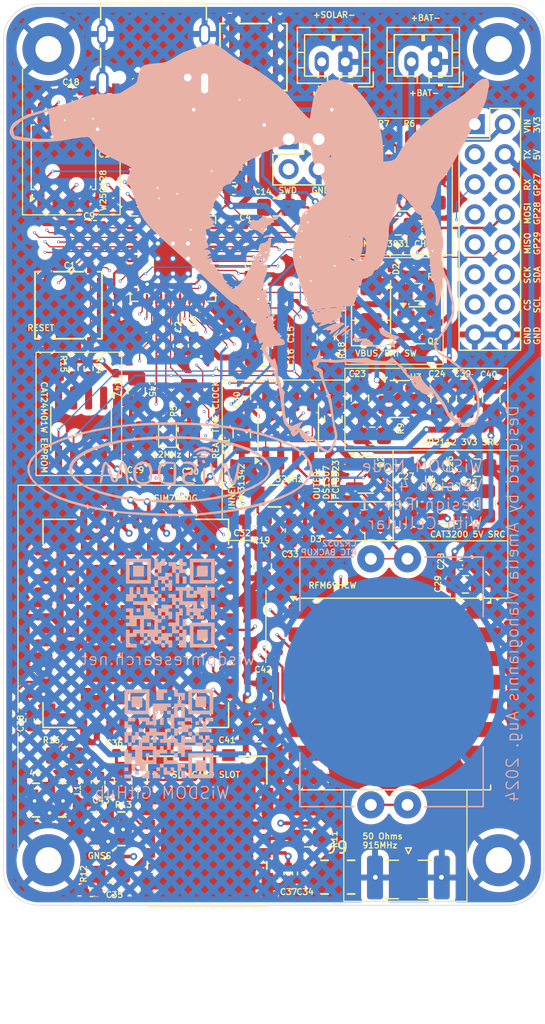
<source format=kicad_pcb>
(kicad_pcb (version 20240108) (generator "pcbnew") (generator_version "8.0")
  (layers (0 "F.Cu" signal) (1 "In1.Cu" signal) (2 "In2.Cu" signal) (31 "B.Cu" signal) (34 "B.Paste" user) (35 "F.Paste" user) (36 "B.SilkS" user "B.Silkscreen") (37 "F.SilkS" user "F.Silkscreen") (38 "B.Mask" user) (39 "F.Mask" user) (44 "Edge.Cuts" user))
  (net 0 "")
  (net 1 "GND")
  (net 2 "+3.3V")
  (net 3 "+1V1")
  (net 4 "/MCU/XTAL+")
  (net 5 "Net-(C20-Pad1)")
  (net 6 "VBUS")
  (net 7 "+BATT")
  (net 8 "+VSW")
  (net 9 "Net-(U4-CNEG)")
  (net 10 "Net-(U4-CPOS)")
  (net 11 "+5V")
  (net 12 "/PERIPHERALS/RTC_X1")
  (net 13 "/PERIPHERALS/RTC_X2")
  (net 14 "/PERIPHERALS/SIM_RST")
  (net 15 "/PERIPHERALS/SIM_VCC")
  (net 16 "/PERIPHERALS/SIM_CLK")
  (net 17 "/PERIPHERALS/SIM_IO")
  (net 18 "Net-(D1-A)")
  (net 19 "Net-(D1-K)")
  (net 20 "USB+")
  (net 21 "USB-")
  (net 22 "Net-(J2-CC1_B)")
  (net 24 "Net-(J2-CC1_A)")
  (net 26 "MISO")
  (net 27 "TX1")
  (net 28 "GP28")
  (net 29 "GP29")
  (net 30 "SCL")
  (net 31 "MOSI")
  (net 32 "RX1")
  (net 33 "SPI_CK")
  (net 34 "GP27")
  (net 35 "SPI_CS")
  (net 36 "SDA")
  (net 37 "SWD")
  (net 38 "SWCLK")
  (net 39 "Net-(U1-USB_DP)")
  (net 40 "Net-(U1-USB_DM)")
  (net 41 "/MCU/XTAL-")
  (net 42 "Net-(U5-PROG)")
  (net 43 "Net-(U3-EN)")
  (net 44 "Net-(R10-Pad1)")
  (net 45 "Net-(U12-A1)")
  (net 46 "Net-(U12-A2)")
  (net 47 "unconnected-(U1-GPIO24-Pad36)")
  (net 48 "/MCU/D3")
  (net 49 "RX0")
  (net 52 "unconnected-(U1-GPIO12-Pad15)")
  (net 53 "unconnected-(U1-GPIO22-Pad34)")
  (net 54 "/MCU/D0")
  (net 55 "SIM_DTR")
  (net 56 "TX0")
  (net 57 "RTC_MFP1")
  (net 59 "/MCU/D2")
  (net 60 "unconnected-(U1-GPIO23-Pad35)")
  (net 61 "/MCU/D1")
  (net 62 "/MCU/RESET")
  (net 63 "RTC_MFP2")
  (net 64 "RFM_RST")
  (net 65 "/MCU/CS")
  (net 66 "RFM_CS")
  (net 67 "/MCU/CLK")
  (net 68 "unconnected-(U1-GPIO25-Pad37)")
  (net 71 "5V_CTRL")
  (net 80 "Net-(J6-In)")
  (net 81 "GNSS_ANT")
  (net 82 "RF_ANT")
  (net 83 "Net-(L1-Pad1)")
  (net 84 "Net-(U11-RST)")
  (net 85 "Net-(U11-CLK)")
  (net 86 "Net-(U11-I{slash}O)")
  (net 118 "PWRKEY")
  (net 122 "VBAT_SAMPLE")
  (net 123 "RTC_BAT")
  (net 124 "+VRTC")
  (net 125 "RFM_ANT")
  (footprint "Resistor_SMD:R_0805_2012Metric_Pad1.20x1.40mm_HandSolder" (layer "F.Cu") (at 51.306 57.9452 -90)
    (property "Reference" "R18" (hide yes))
    (property "Value" "470k" (hide yes))
  )
  (footprint "Capacitor_SMD:C_0805_2012Metric_Pad1.18x1.45mm_HandSolder" (layer "F.Cu") (at 65.308 63.1767 90)
    (property "Reference" "C40" (hide yes))
    (property "Value" "100u" (hide yes))
  )
  (footprint "Resistor_SMD:R_0805_2012Metric_Pad1.20x1.40mm_HandSolder" (layer "F.Cu") (at 29.224 93.3227)
    (property "Reference" "R16" (hide yes))
    (property "Value" "22" (hide yes))
  )
  (footprint "Capacitor_SMD:C_0402_1005Metric_Pad0.74x0.62mm_HandSolder" (layer "F.Cu") (at 31.494 104.8797 180)
    (property "Reference" "C35" (hide yes))
    (property "Value" "33p" (hide yes))
  )
  (footprint "MountingHole:MountingHole_2.2mm_M2_Pad_TopBottom" (layer "F.Cu") (at 65.943 102.1657)
    (property "Reference" "H3" (hide yes))
    (property "Value" "MountingHole_Pad" (hide yes))
  )
  (footprint "WiSDOM:XTAL_SC32S-7PF20PPM_EPS" (layer "F.Cu") (at 46.9646 71.374)
    (property "Reference" "XTAL1" (hide yes))
    (property "Value" "SC32S-7PF20PPM" (hide yes))
  )
  (footprint "Resistor_SMD:R_0603_1608Metric_Pad0.98x0.95mm_HandSolder" (layer "F.Cu") (at 38.765 43.7457 90)
    (property "Reference" "R1" (hide yes))
    (property "Value" "27.4" (hide yes))
  )
  (footprint "Capacitor_SMD:C_0402_1005Metric_Pad0.74x0.62mm_HandSolder" (layer "F.Cu") (at 30.097 37.1887)
    (property "Reference" "C18" (hide yes))
    (property "Value" "0.1u" (hide yes))
  )
  (footprint "Resistor_SMD:R_0402_1005Metric_Pad0.72x0.64mm_HandSolder" (layer "F.Cu") (at 31.24 60.5912 -90)
    (property "Reference" "R14" (hide yes))
    (property "Value" "10k DNF" (hide yes))
  )
  (footprint "WiSDOM:1042240820_MOL" (layer "F.Cu") (at 41.263 99.698301)
    (property "Reference" "U11" (hide yes))
    (property "Value" "1042240820" (hide yes))
  )
  (footprint "Connector_PinHeader_2.54mm:PinHeader_2x08_P2.54mm_Vertical" (layer "F.Cu") (at 63.911 39.9357)
    (property "Reference" "J4" (hide yes))
    (property "Value" "Conn_02x08_Odd_Even" (hide yes))
  )
  (footprint "Connector_PinHeader_2.54mm:PinHeader_2x02_P2.54mm_Vertical" (layer "F.Cu") (at 48.163 41.2057)
    (property "Reference" "J5" (hide yes))
    (property "Value" "Conn_02x02_Odd_Even" (hide yes))
  )
  (footprint "RF_Module:HOPERF_RFM9XW_SMD" (layer "F.Cu") (at 57.148 88.1157)
    (property "Reference" "U6" (hide yes))
    (property "Value" "RFM69HCW")
  )
  (footprint "WiSDOM:CONN_CONMHF1-SMD_LNX" (layer "F.Cu") (at 52.324 103.597964)
    (property "Reference" "J9")
    (property "Value" "Conn_Coaxial")
  )
  (footprint "Resistor_SMD:R_0805_2012Metric_Pad1.20x1.40mm_HandSolder" (layer "F.Cu") (at 59.053 54.1437)
    (property "Reference" "R8" (hide yes))
    (property "Value" "10k" (hide yes))
  )
  (footprint "Package_SO:SOIC-8_3.9x4.9mm_P1.27mm" (layer "F.Cu") (at 30.605 65.5717 -90)
    (property "Reference" "U12" (hide yes))
    (property "Value" "CAT24M01W" (hide yes))
  )
  (footprint "Capacitor_SMD:C_0805_2012Metric_Pad1.18x1.45mm_HandSolder" (layer "F.Cu") (at 46.0775 57.5087)
    (property "Reference" "C15" (hide yes))
    (property "Value" "10u" (hide yes))
  )
  (footprint "Capacitor_SMD:C_0402_1005Metric_Pad0.74x0.62mm_HandSolder" (layer "F.Cu") (at 37.495 43.9997 90)
    (property "Reference" "C7" (hide yes))
    (property "Value" "0.1u" (hide yes))
  )
  (footprint "Capacitor_SMD:C_0402_1005Metric_Pad0.74x0.62mm_HandSolder" (layer "F.Cu") (at 34.161 93.0687)
    (property "Reference" "C36" (hide yes))
    (property "Value" "33p" (hide yes))
  )
  (footprint "Capacitor_SMD:C_0402_1005Metric_Pad0.74x0.62mm_HandSolder" (layer "F.Cu") (at 44.956 48.4917)
    (property "Reference" "C4" (hide yes))
    (property "Value" "0.1u" (hide yes))
  )
  (footprint "Capacitor_SMD:C_0805_2012Metric_Pad1.18x1.45mm_HandSolder" (layer "F.Cu") (at 45.5695 91.4177)
    (property "Reference" "C41" (hide yes))
    (property "Value" "1u" (hide yes))
  )
  (footprint "Capacitor_SMD:C_0402_1005Metric_Pad0.74x0.62mm_HandSolder" (layer "F.Cu") (at 43.5315 45.5237)
    (property "Reference" "C5" (hide yes))
    (property "Value" "0.1u" (hide yes))
  )
  (footprint "Capacitor_SMD:C_0402_1005Metric_Pad0.74x0.62mm_HandSolder" (layer "F.Cu") (at 36.479 43.9997 90)
    (property "Reference" "C8" (hide yes))
    (property "Value" "0.1u" (hide yes))
  )
  (footprint "Capacitor_SMD:C_0805_2012Metric_Pad1.18x1.45mm_HandSolder" (layer "F.Cu") (at 34.161 95.4817 -90)
    (property "Reference" "R13" (hide yes))
    (property "Value" "22" (hide yes))
  )
  (footprint "Capacitor_SMD:C_0402_1005Metric_Pad0.74x0.62mm_HandSolder" (layer "F.Cu") (at 43.5315 44.5077)
    (property "Reference" "C6" (hide yes))
    (property "Value" "0.1u" (hide yes))
  )
  (footprint "WiSDOM:AMPHENOL_12402012E212A" (layer "F.Cu") (at 36.733 32.3157 180)
    (property "Reference" "J2" (hide yes))
    (property "Value" "12402012E212A" (hide yes))
  )
  (footprint "Capacitor_SMD:C_0402_1005Metric_Pad0.74x0.62mm_HandSolder" (layer "F.Cu") (at 44.583 63.1007 90)
    (property "Reference" "C30" (hide yes))
    (property "Value" "0.1u" (hide yes))
  )
  (footprint "WiSDOM:21-100291_W80D&plus_1_MXM" (layer "F.Cu") (at 48 65.7597)
    (property "Reference" "U13" (hide yes))
    (property "Value" "MAX31342EWA+T" (hide yes))
  )
  (footprint "Capacitor_SMD:C_0805_2012Metric_Pad1.18x1.45mm_HandSolder" (layer "F.Cu") (at 35.306 62.484 -90)
    (property "Reference" "C45" (hide yes))
    (property "Value" "10u" (hide yes))
  )
  (footprint "RP2040_minimal_r2:RP2040-QFN-56" (layer "F.Cu") (at 38.3755 51.3057)
    (property "Reference" "U1" (hide yes))
    (property "Value" "RP2040" (hide yes))
  )
  (footprint "Resistor_SMD:R_0805_2012Metric_Pad1.20x1.40mm_HandSolder" (layer "F.Cu") (at 45.972 77.3207 -90)
    (property "Reference" "R19" (hide yes))
    (property "Value" "10k" (hide yes))
  )
  (footprint "Capacitor_SMD:C_0402_1005Metric_Pad0.74x0.62mm_HandSolder" (layer "F.Cu") (at 43.5315 43.3647)
    (property "Reference" "C12" (hide yes))
    (property "Value" "0.1u" (hide yes))
  )
  (footprint "WiSDOM:PTS526" (layer "F.Cu") (at 45.1866 34.2646 90)
    (property "Reference" "U8" (hide yes))
    (property "Value" "PTS526 SK15 SMTR2 LFS" (hide yes))
  )
  (footprint "Capacitor_SMD:C_0805_2012Metric_Pad1.18x1.45mm_HandSolder" (layer "F.Cu") (at 60.736 45.5452 90)
    (property "Reference" "C21" (hide yes))
    (property "Value" "4.7u" (hide yes))
  )
  (footprint "Capacitor_SMD:C_0805_2012Metric_Pad1.18x1.45mm_HandSolder" (layer "F.Cu") (at 47.115 46.9677)
    (property "Reference" "C14" (hide yes))
    (property "Value" "1u" (hide yes))
  )
  (footprint "Resistor_SMD:R_0805_2012Metric_Pad1.20x1.40mm_HandSolder" (layer "F.Cu") (at 41.289 40.1097)
    (property "Reference" "R4" (hide yes))
    (property "Value" "5.1k" (hide yes))
  )
  (footprint "Capacitor_SMD:C_0805_2012Metric_Pad1.18x1.45mm_HandSolder" (layer "F.Cu") (at 64.112 68.9812)
    (property "Reference" "C26" (hide yes))
    (property "Value" "1u" (hide yes))
  )
  (footprint "Package_SO:SOIC-8_3.9x4.9mm_P1.27mm" (layer "F.Cu") (at 48.127 65.6947 90)
    (property "Reference" "U10" (hide yes))
    (property "Value" "MCP7940 / DS1307 / PCF8523" (hide yes))
  )
  (footprint "Resistor_SMD:R_0805_2012Metric_Pad1.20x1.40mm_HandSolder" (layer "F.Cu") (at 51.433 48.6347 -90)
    (property "Reference" "R10" (hide yes))
    (property "Value" "10k" (hide yes))
  )
  (footprint "Resistor_SMD:R_0805_2012Metric_Pad1.20x1.40mm_HandSolder" (layer "F.Cu") (at 56.418 42.0947 90)
    (property "Reference" "R7" (hide yes))
    (property "Value" "1k" (hide yes))
  )
  (footprint "Capacitor_SMD:C_0805_2012Metric_Pad1.18x1.45mm_HandSolder" (layer "F.Cu") (at 33.018 40.2582 -90)
    (property "Reference" "C17" (hide yes))
    (property "Value" "10u" (hide yes))
  )
  (footprint "Capacitor_SMD:C_0805_2012Metric_Pad1.18x1.45mm_HandSolder" (layer "F.Cu") (at 44.702 40.8932 90)
    (property "Reference" "C13" (hide yes))
    (property "Value" "10u" (hide yes))
  )
  (footprint "MountingHole:MountingHole_2.2mm_M2_Pad_TopBottom" (layer "F.Cu") (at 65.943 33.5857)
    (property "Reference" "H2" (hide yes))
    (property "Value" "MountingHole_Pad" (hide yes))
  )
  (footprint "Capacitor_SMD:C_0805_2012Metric_Pad1.18x1.45mm_HandSolder" (layer "F.Cu") (at 57.434 48.5717)
    (property "Reference" "C22" (hide yes))
    (property "Value" "4.7u" (hide yes))
  )
  (footprint "Package_TO_SOT_SMD:SOT-23" (layer "F.Cu") (at 59.0205 56.9377)
    (property "Reference" "Q1" (hide yes))
    (property "Value" "DMG2301L" (hide yes))
  )
  (footprint "Inductor_SMD:L_0402_1005Metric_Pad0.77x0.64mm_HandSolder" (layer "F.Cu") (at 31.113 95.5442 -90)
    (property "Reference" "L1" (hide yes))
    (property "Value" "L" (hide yes))
  )
  (footprint "Capacitor_SMD:C_0402_1005Metric_Pad0.74x0.62mm_HandSolder" (layer "F.Cu") (at 26.287 90.3342 90)
    (property "Reference" "C38" (hide yes))
    (property "Value" "0.1u" (hide yes))
  )
  (footprint "Capacitor_SMD:C_0805_2012Metric_Pad1.18x1.45mm_HandSolder" (layer "F.Cu") (at 58.2915 72.0507 -90)
    (property "Reference" "C27" (hide yes))
    (property "Value" "1u" (hide yes))
  )
  (footprint "WiSDOM:CONN_CONMHF1-SMD_LNX" (layer "F.Cu") (at 32.891 99.511664)
    (property "Reference" "J6" (hide yes))
    (property "Value" "GNSS_ANT" (hide yes))
  )
  (footprint "Package_SO:SOIC-8_5.23x5.23mm_P1.27mm" (layer "F.Cu") (at 29.113 42.7297 90)
    (property "Reference" "U2" (hide yes))
    (property "Value" "W25Q128JVS" (hide yes))
  )
  (footprint "WiSDOM:CONN_CONMHF1-SMD_LNX" (layer "F.Cu") (at 27.900501 97.0857)
    (property "Reference" "J7" (hide yes))
    (property "Value" "RF_ANT" (hide yes))
  )
  (footprint "Capacitor_SMD:C_0805_2012Metric_Pad1.18x1.45mm_HandSolder" (layer "F.Cu") (at 49.7605 100.3077 180)
    (property "Reference" "R11" (hide yes))
    (property "Value" "22" (hide yes))
  )
  (footprint "Capacitor_SMD:C_0402_1005Metric_Pad0.74x0.62mm_HandSolder" (layer "F.Cu") (at 40.035 58.6722 -90)
    (property "Reference" "C10" (hide yes))
    (property "Value" "0.1u" (hide yes))
  )
  (footprint "Diode_SMD:D_SMA" (layer "F.Cu") (at 53.497 73.5107 180)
    (property "Reference" "D3" (hide yes))
    (property "Value" "SS14" (hide yes))
  )
  (footprint "Resistor_SMD:R_0603_1608Metric_Pad0.98x0.95mm_HandSolder" (layer "F.Cu") (at 40.289 43.7457 90)
    (property "Reference" "R2" (hide yes))
    (property "Value" "27.4" (hide yes))
  )
  (footprint "Capacitor_SMD:C_0402_1005Metric_Pad0.74x0.62mm_HandSolder" (layer "F.Cu") (at 45.369 52.6357)
    (property "Reference" "C3" (hide yes))
    (property "Value" "0.1u" (hide yes))
  )
  (footprint "Capacitor_SMD:C_0402_1005Metric_Pad0.74x0.62mm_HandSolder" (layer "F.Cu") (at 49.274 103.2882 -90)
    (property "Reference" "C34" (hide yes))
    (property "Value" "33p" (hide yes))
  )
  (footprint "Connector_Coaxial:SMA_Samtec_SMA-J-P-H-ST-EM1_EdgeMount" (layer "F.Cu") (at 58.293 103.882 -90)
    (property "Reference" "J3" (hide yes))
    (property "Value" "Conn_Coaxial" (hide yes))
  )
  (footprint "Resistor_SMD:R_0805_2012Metric_Pad1.20x1.40mm_HandSolder" (layer "F.Cu") (at 58.704 42.0787 90)
    (property "Reference" "R6" (hide yes))
    (property "Value" "2k" (hide yes))
  )
  (footprint "MountingHole:MountingHole_2.2mm_M2_Pad_TopBottom" (layer "F.Cu") (at 27.843 33.5857)
    (property "Reference" "H1" (hide yes))
    (property "Value" "MountingHole_Pad" (hide yes))
  )
  (footprint "Capacitor_SMD:C_0402_1005Metric_Pad0.74x0.62mm_HandSolder" (layer "F.Cu") (at 48.131 103.2882 -90)
    (property "Reference" "C37" (hide yes))
    (property "Value" "0.1u" (hide yes))
  )
  (footprint "Capacitor_SMD:C_0805_2012Metric_Pad1.18x1.45mm_HandSolder" (layer "F.Cu") (at 46.0775 59.6677)
    (property "Reference" "C16" (hide yes))
    (property "Value" "1u" (hide yes))
  )
  (footprint "Resistor_SMD:R_0805_2012Metric_Pad1.20x1.40mm_HandSolder" (layer "F.Cu") (at 55.229 66.2907)
    (property "Reference" "R9" (hide yes))
    (property "Value" "R" (hide yes))
  )
  (footprint "Resistor_SMD:R_0805_2012Metric_Pad1.20x1.40mm_HandSolder" (layer "F.Cu") (at 35.05 40.2527 -90)
    (property "Reference" "R3" (hide yes))
    (property "Value" "5.1k" (hide yes))
  )
  (footprint "MountingHole:MountingHole_2.2mm_M2_Pad_TopBottom" (layer "F.Cu") (at 27.843 102.1657)
    (property "Reference" "H4" (hide yes))
    (property "Value" "MountingHole_Pad" (hide yes))
  )
  (footprint "Capacitor_SMD:C_0805_2012Metric_Pad1.18x1.45mm_HandSolder" (layer "F.Cu") (at 44.202 66.1867 -90)
    (property "Reference" "C31" (hide yes))
    (property "Value" "10u" (hide yes))
  )
  (footprint "Capacitor_SMD:C_0805_2012Metric_Pad1.18x1.45mm_HandSolder" (layer "F.Cu") (at 51.941 64.8747 90)
    (property "Reference" "C46" (hide yes))
    (property "Value" "10u" (hide yes))
  )
  (footprint "Capacitor_SMD:C_0805_2012Metric_Pad1.18x1.45mm_HandSolder" (layer "F.Cu") (at 54.197 63.0942 90)
    (property "Reference" "C23" (hide yes))
    (property "Value" "10u" (hide yes))
  )
  (footprint "Capacitor_SMD:C_0805_2012Metric_Pad1.18x1.45mm_HandSolder" (layer "F.Cu") (at 33.1235 103.3557)
    (property "Reference" "R12" (hide yes))
    (property "Value" "22" (hide yes))
  )
  (footprint "Capacitor_SMD:C_0402_1005Metric_Pad0.74x0.62mm_HandSolder" (layer "F.Cu") (at 40.259 68.453)
    (property "Reference" "C20" (hide yes))
    (property "Value" "15pF" (hide yes))
  )
  (footprint "Resistor_SMD:R_0402_1005Metric_Pad0.72x0.64mm_HandSolder" (layer "F.Cu") (at 29.97 60.5912 -90)
    (property "Reference" "R15" (hide yes))
    (property "Value" "10k DNF" (hide yes))
  )
  (footprint "Capacitor_SMD:C_0402_1005Metric_Pad0.74x0.62mm_HandSolder" (layer "F.Cu") (at 32.256 95.6087 -90)
    (property "Reference" "C43" (hide yes))
    (property "Value" "33p" (hide yes))
  )
  (footprint "Connector_JST:JST_PH_B2B-PH-K_1x02_P2.00mm_Vertical" (layer "F.Cu") (at 60.547 34.671 180)
    (property "Reference" "J1" (hide yes))
    (property "Value" "Conn_01x02_Pin" (hide yes))
  )
  (footprint "Capacitor_SMD:C_0805_2012Metric_Pad1.18x1.45mm_HandSolder" (layer "F.Cu") (at 46.099 88.2642 90)
    (property "Reference" "C42" (hide yes))
    (property "Value" "100u" (hide yes))
  )
  (footprint "Package_TO_SOT_SMD:SOT-23-6" (layer "F.Cu") (at 61.631 72.1752)
    (property "Reference" "U4" (hide yes))
    (property "Value" "CAT3200-5" (hide yes))
  )
  (footprint "Capacitor_SMD:C_0402_1005Metric_Pad0.74x0.62mm_HandSolder" (layer "F.Cu") (at 35.463 43.9997 90)
    (property "Reference" "C11" (hide yes))
    (property "Value" "0.1u" (hide yes))
  )
  (footprint "Capacitor_SMD:C_0402_1005Metric_Pad0.74x0.62mm_HandSolder" (layer "F.Cu") (at 33.526 60.4297 90)
    (property "Reference" "C44" (hide yes))
    (property "Value" "0.1u" (hide yes))
  )
  (footprint "Resistor_SMD:R_0805_2012Metric_Pad1.20x1.40mm_HandSolder" (layer "F.Cu") (at 51.29 54.0082 -90)
    (property "Reference" "R17" (hide yes))
    (property "Value" "470k" (hide yes))
  )
  (footprint "Resistor_SMD:R_0805_2012Metric_Pad1.20x1.40mm_HandSolder" (layer "F.Cu") (at 39.749 63.0807 -90)
    (property "Reference" "R5" (hide yes))
    (property "Value" "1k" (hide yes))
  )
  (footprint "Package_TO_SOT_SMD:SOT-23-5" (layer "F.Cu") (at 57.5555 63.1767)
    (property "Reference" "U3" (hide yes))
    (property "Value" "AP2112K-3.3" (hide yes))
  )
  (footprint "Capacitor_SMD:C_0805_2012Metric_Pad1.18x1.45mm_HandSolder" (layer "F.Cu") (at 63.087 63.1767 -90)
    (property "Reference" "C39" (hide yes))
    (property "Value" "100u" (hide yes))
  )
  (footprint "Diode_SMD:D_SMA" (layer "F.Cu") (at 55.132 55.1597 90)
    (property "Reference" "D2" (hide yes))
    (property "Value" "SS14" (hide yes))
  )
  (footprint "Capacitor_SMD:C_0603_1608Metric_Pad1.08x0.95mm_HandSolder" (layer "F.Cu") (at 48.387 74.295 -90)
    (property "Reference" "C33" (hide yes))
    (property "Value" "6p" (hide yes))
  )
  (footprint "Package_TO_SOT_SMD:SOT-23" (layer "F.Cu") (at 54.6865 69.5737)
    (property "Reference" "Q2" (hide yes))
    (property "Value" "DMG2301L" (hide yes))
  )
  (footprint "Capacitor_SMD:C_0805_2012Metric_Pad1.18x1.45mm_HandSolder" (layer "F.Cu") (at 64.8955 72.0077 -90)
    (property "Reference" "C25" (hide yes))
    (property "Value" "1u" (hide yes))
  )
  (footprint "Connector_JST:JST_PH_B2B-PH-K_1x02_P2.00mm_Vertical" (layer "F.Cu") (at 52.959 34.671 180)
    (property "Reference" "J8" (hide yes))
    (property "Value" "Conn_01x02_Pin" (hide yes))
  )
  (footprint "WiSDOM:XTAL-445" (layer "F.Cu") (at 37.916 67.2557)
    (property "Reference" "X1" (hide yes))
    (property "Value" "~" (hide yes))
  )
  (footprint "Capacitor_SMD:C_0402_1005Metric_Pad0.74x0.62mm_HandSolder" (layer "F.Cu") (at 35.558 68.326 180)
    (property "Reference" "C19" (hide yes))
    (property "Value" "15pF" (hide yes))
  )
  (footprint "WiSDOM:XCVR_SIM7080G" (layer "F.Cu") (at 35.233 82.1457 180)
    (property "Reference" "U9" (hide yes))
    (property "Value" "SIM7080G" (hide yes))
  )
  (footprint "Capacitor_SMD:C_0402_1005Metric_Pad0.74x0.62mm_HandSolder" (layer "F.Cu") (at 33.6804 55.1434 -90)
    (property "Reference" "C1" (hide yes))
    (property "Value" "0.1u" (hide yes))
  )
  (footprint "Package_TO_SOT_SMD:SOT-23-5" (layer "F.Cu") (at 57.5665 45.7167)
    (property "Reference" "U5" (hide yes))
    (property "Value" "MCP73831-2-OT" (hide yes))
  )
  (footprint "Capacitor_SMD:C_0805_2012Metric_Pad1.18x1.45mm_HandSolder" (layer "F.Cu") (at 60.928 63.1767 -90)
    (property "Reference" "C24" (hide yes))
    (property "Value" "10u" (hide yes))
  )
  (footprint "Capacitor_SMD:C_0402_1005Metric_Pad0.74x0.62mm_HandSolder" (layer "F.Cu") (at 62.736 77.1937)
    (property "Reference" "C28" (hide yes))
    (property "Value" "0.1u" (hide yes))
  )
  (footprint "Capacitor_SMD:C_0402_1005Metric_Pad0.74x0.62mm_HandSolder" (layer "F.Cu") (at 38.765 58.6722 -90)
    (property "Reference" "C2" (hide yes))
    (property "Value" "0.1u" (hide yes))
  )
  (footprint "Capacitor_SMD:C_0805_2012Metric_Pad1.18x1.45mm_HandSolder" (layer "F.Cu") (at 63.117 78.8447)
    (property "Reference" "C29" (hide yes))
    (property "Value" "10u" (hide yes))
  )
  (footprint "WiSDOM:PTS526" (layer "F.Cu") (at 29.5402 55.245 -90)
    (property "Reference" "U7" (hide yes))
    (property "Value" "PTS526 SK15 SMTR2 LFS" (hide yes))
  )
  (footprint "Capacitor_SMD:C_0603_1608Metric_Pad1.08x0.95mm_HandSolder" (layer "F.Cu") (at 45.339 73.406 180)
    (property "Reference" "C32" (hide yes))
    (property "Value" "6p" (hide yes))
  )
  (footprint "Capacitor_SMD:C_0402_1005Metric_Pad0.74x0.62mm_HandSolder" (layer "F.Cu") (at 31.78 48.4447 180)
    (property "Reference" "C9" (hide yes))
    (property "Value" "0.1u" (hide yes))
  )
  (footprint "LED_SMD:LED_1206_3216Metric_Pad1.42x1.75mm_HandSolder" (layer "F.Cu") (at 54.259 42.6932 90)
    (property "Reference" "D1" (hide yes))
    (property "Value" "LED" (hide yes))
  )
  (footprint "logos:qrcode" (layer "B.Cu") (at 41.908 84.1787 180)
    (property "Reference" "LOGO" (hide yes))
    (property "Value" "")
  )
  (footprint "WiSDOM:BAT_BAT-HLD-001-THM" (layer "B.Cu") (at 56.616 87.0857 -90)
    (property "Reference" "BT1" (hide yes))
    (property "Value" "RTC_BAT" (hide yes))
  )
  (footprint "WiSDOM:kirk" (layer "B.Cu") (at 44.831 50.419 180)
    (property "Reference" "G***" (hide yes))
    (property "Value" "LOGO" (hide yes))
  )
  (footprint "logos:github_qr" (layer "B.Cu") (at 41.781 95.2277 180)
    (property "Reference" "LOGO" (hide yes))
    (property "Value" "")
  )
  (footprint "logos:wisdom_logo_lineborder" (layer "B.Cu") (at 38.1 69.215 180)
    (property "Reference" "G***" (hide yes))
    (property "Value" "LOGO" (hide yes))
  )
  (gr_rect (start 52.973 51.2227) (end 61.228 60.2397) (stroke (width 0.1)) (fill none) (layer "F.SilkS"))
  (gr_line (start 52.83 105.6417) (end 63.244 105.6417) (stroke (width 0.1)) (layer "F.SilkS"))
  (gr_line (start 52.83 96.2437) (end 52.83 105.6417) (stroke (width 0.1)) (layer "F.SilkS"))
  (gr_line (start 57.007 75.1607) (end 66.6476 75.1617) (stroke (width 0.1)) (layer "F.SilkS"))
  (gr_line (start 25.271 91.4177) (end 25.271 101.1967) (stroke (width 0.1)) (layer "F.SilkS"))
  (gr_line (start 53.467 56.515) (end 54.102 56.515) (stroke (width 0.1)) (layer "F.SilkS"))
  (gr_line (start 54.61 74.549) (end 54.61 75.057) (stroke (width 0.1)) (layer "F.SilkS"))
  (gr_line (start 54.61 72.517) (end 54.61 72.009) (stroke (width 0.1)) (layer "F.SilkS"))
  (gr_line (start 66.6984 79.0733) (end 66.6984 80.0131) (stroke (width 0.1)) (layer "F.SilkS"))
  (gr_line (start 33.78 47.6027) (end 33.907 47.6027) (stroke (width 0.1)) (layer "F.SilkS"))
  (gr_line (start 42.543 61.5727) (end 42.543 72.8757) (stroke (width 0.1)) (layer "F.SilkS"))
  (gr_line (start 42.543 61.5727) (end 52.957 61.5727) (stroke (width 0.1)) (layer "F.SilkS"))
  (gr_line (start 42.543 72.8757) (end 42.543 73.2567) (stroke (width 0.1)) (layer "F.SilkS"))
  (gr_rect (start 52.989 39.4277) (end 62.006 50.9847) (stroke (width 0.1)) (fill none) (layer "F.SilkS"))
  (gr_line (start 25.271 70.4627) (end 25.271 89.6397) (stroke (width 0.1)) (layer "F.SilkS"))
  (gr_line (start 44.956 75.1363) (end 43.0764 75.1363) (stroke (width 0.1)) (layer "F.SilkS"))
  (gr_line (start 56.9956 67.5163) (end 56.9956 71.7581) (stroke (width 0.1)) (layer "F.SilkS"))
  (gr_line (start 66.6984 80.0131) (end 65.276 80.0131) (stroke (width 0.1)) (layer "F.SilkS"))
  (gr_rect (start 52.927 60.5757) (end 66.705 67.4947) (stroke (width 0.1)) (fill none) (layer "F.SilkS"))
  (gr_line (start 25.652 47.6027) (end 30.605 47.6027) (stroke (width 0.1)) (layer "F.SilkS"))
  (gr_line (start 66.705 67.4947) (end 66.6984 79.0733) (stroke (width 0.1)) (layer "F.SilkS"))
  (gr_line (start 63.244 105.6417) (end 63.244 96.2437) (stroke (width 0.1)) (layer "F.SilkS"))
  (gr_line (start 56.9956 71.7581) (end 57.007 71.8607) (stroke (width 0.1)) (layer "F.SilkS"))
  (gr_line (start 32.129 47.6027) (end 33.78 47.6027) (stroke (width 0.1)) (layer "F.SilkS"))
  (gr_line (start 25.652 35.2837) (end 25.652 47.6027) (stroke (width 0.1)) (layer "F.SilkS"))
  (gr_line (start 42.543 70.4627) (end 25.271 70.4627) (stroke (width 0.1)) (layer "F.SilkS"))
  (gr_rect (start 26.795 59.2217) (end 34.034 69.6357) (stroke (width 0.1)) (fill none) (layer "F.SilkS"))
  (gr_line (start 56.134 56.515) (end 56.769 56.515) (stroke (width 0.1)) (layer "F.SilkS"))
  (gr_line (start 33.907 47.6027) (end 33.907 37.9507) (stroke (width 0.1)) (layer "F.SilkS"))
  (gr_line (start 46.2514 79.3781) (end 46.226 85.4487) (stroke (width 0.1)) (layer "F.SilkS"))
  (gr_arc (start 66.753 29.7757) (mid 68.87432 30.65438) (end 69.753 32.7757) (stroke (width 0.05)) (layer "Edge.Cuts"))
  (gr_line (start 66.753 105.9757) (end 27.033 105.9757) (stroke (width 0.05)) (layer "Edge.Cuts"))
  (gr_arc (start 27.033 105.9757) (mid 24.91168 105.09702) (end 24.033 102.9757) (stroke (width 0.05)) (layer "Edge.Cuts"))
  (gr_arc (start 69.753 102.9757) (mid 68.87432 105.09702) (end 66.753 105.9757) (stroke (width 0.05)) (layer "Edge.Cuts"))
  (gr_arc (start 24.033 32.7757) (mid 24.91168 30.65438) (end 27.033 29.7757) (stroke (width 0.05)) (layer "Edge.Cuts"))
  (gr_line (start 69.753 32.7757) (end 69.753 102.9757) (stroke (width 0.05)) (layer "Edge.Cuts"))
  (gr_line (start 24.033 102.9757) (end 24.033 32.7757) (stroke (width 0.05)) (layer "Edge.Cuts"))
  (gr_line (start 66.753 29.7757) (end 27.033 29.7757) (stroke (width 0.05)) (layer "Edge.Cuts"))
  (gr_text "CR2032" (at 53.973 75.6697 -0) (layer "B.SilkS") (effects (font (size 0.5 0.5) (thickness 0.1) (bold yes)) (justify left bottom mirror)))
  (gr_text "WiSDOM Node\nVersion 4.1\nDesign Rev. 1\nWith Cellular\n" (at 64.641 74.2727 0) (layer "B.SilkS") (effects (font (size 1 1) (thickness 0.1) (bold yes)) (justify left bottom mirror)))
  (gr_text "RTC BACKUP" (at 53.973 76.4317 -0) (layer "B.SilkS") (effects (font (size 0.5 0.5) (thickness 0.1) (bold yes)) (justify left bottom mirror)))
  (gr_text "WiSDOM GitHub" (at 43.2335 97.0612 0) (layer "B.SilkS") (effects (font (size 1 1) (thickness 0.1) (bold yes)) (justify left bottom mirror)))
  (gr_text "Designed by Amelia Vlahogiannis Aug. 2024" (at 67.691 63.627 90) (layer "B.SilkS") (effects (font (size 1 1) (thickness 0.1) (bold yes)) (justify left bottom mirror)))
  (gr_text "wisdomresearch.net" (at 45.3925 85.7582 0) (layer "B.SilkS") (effects (font (size 1 1) (thickness 0.1) (bold yes)) (justify left bottom mirror)))
  (gr_text "C14" (at 45.21 45.9517 0) (layer "F.SilkS") (effects (font (size 0.5 0.5) (thickness 0.1) (bold yes)) (justify left bottom)))
  (gr_text "R4" (at 39.495 39.0937 0) (layer "F.SilkS") (effects (font (size 0.5 0.5) (thickness 0.1) (bold yes)) (justify left bottom)))
  (gr_text "R19" (at 45.083 75.4157 0) (layer "F.SilkS") (effects (font (size 0.5 0.5) (thickness 0.1) (bold yes)) (justify left bottom)))
  (gr_text "R5" (at 38.733 64.7477 90) (layer "F.SilkS") (effects (font (size 0.5 0.5) (thickness 0.1) (bold yes)) (justify left bottom)))
  (gr_text "U4" (at 59.5615 70.2512 0) (layer "F.SilkS") (effects (font (size 0.5 0.5) (thickness 0.1) (bold yes)) (justify left bottom)))
  (gr_text "R8" (at 59.831 53.1277 0) (layer "F.SilkS") (effects (font (size 0.5 0.5) (thickness 0.1) (bold yes)) (justify left bottom)))
  (gr_text "SIM CARD SLOT" (at 38.225 95.2277 0) (layer "F.SilkS") (effects (font (size 0.5 0.5) (thickness 0.1) (bold yes)) (justify left bottom)))
  (gr_text "MCP73831 CHG" (at 54.386 50.3497 0) (layer "F.SilkS") (effects (font (size 0.5 0.5) (thickness 0.1)) (justify left bottom)))
  (gr_text "C2" (at 39.114 57.6357 90) (layer "F.SilkS") (effects (font (size 0.5 0.5) (thickness 0.1) (bold yes)) (justify left bottom)))
  (gr_text "C4" (at 43.94 48.1107 0) (layer "F.SilkS") (effects (font (size 0.5 0.5) (thickness 0.1) (bold yes)) (justify left bottom)))
  (gr_text "C26" (at 62.1015 69.4892 90) (layer "F.SilkS") (effects (font (size 0.5 0.5) (thickness 0.1) (bold yes)) (justify left bottom)))
  (gr_text "C7" (at 37.844 42.9037 90) (layer "F.SilkS") (effects (font (size 0.5 0.5) (thickness 0.1) (bold yes)) (justify left bottom)))
  (gr_text "W25Q128" (at 32.764 47.3487 90) (layer "F.SilkS") (effects (font (size 0.5 0.5) (thickness 0.1) (bold yes)) (justify left bottom)))
  (gr_text "MOSI\nGP28" (at 69.467 47.4757 90) (layer "F.SilkS") (effects (font (size 0.5 0.5) (thickness 0.1) (bold yes)) (justify bottom)))
  (gr_text "TX\n5V" (at 69.467 42.5227 90) (layer "F.SilkS") (effects (font (size 0.5 0.5) (thickness 0.1) (bold yes)) (justify bottom)))
  (gr_text "CAT24M01W EEPROM" (at 27.176 61.6347 -90) (layer "F.SilkS") (effects (font (size 0.5 0.5) (thickness 0.1) (bold yes)) (justify left bottom)))
  (gr_text "C30" (at 44.075 64.0492 90) (layer "F.SilkS") (effects (font (size 0.5 0.5) (thickness 0.1) (bold yes)) (justify left bottom)))
  (gr_text "C18" (at 28.954 36.6807 0) (layer "F.SilkS") (effects (font (size 0.5 0.5) (thickness 0.1) (bold yes)) (justify left bottom)))
  (gr_text "R12" (at 31.113 104.1177 90) (layer "F.SilkS") (effects (font (size 0.5 0.5) (thickness 0.1) (bold yes)) (justify left bottom)))
  (gr_text "32kHz" (at 46.99 70.231 0) (layer "F.SilkS") (effects (font (size 0.5 0.5) (thickness 0.1) (bold yes)) (justify left bottom)))
  (gr_text "RFM69HCW" (at 49.782 79.2257 0) (layer "F.SilkS") (effects (font (size 0.5 0.5) (thickness 0.1) (bold yes)) (justify left bottom)))
  (gr_text "+BAT-" (at 58.42 31.242 0) (layer "F.SilkS") (effects (font (size 0.5 0.5) (thickness 0.1) (bold yes)) (justify left bottom)))
  (gr_text "C15" (at 48.639 58.5247 90) (layer "F.SilkS") (effects (font (size 0.5 0.5) (thickness 0.1) (bold yes)) (justify left bottom)))
  (gr_text "C31" (at 43.186 67.9862 90) (layer "F.SilkS") (effects (font (size 0.5 0.5) (thickness 0.1) (bold yes)) (justify left bottom)))
  (gr_text "R2" (at 39.622 42.0147 0) (layer "F.SilkS") (effects (font (size 0.5 0.5) (thickness 0.1) (bold yes)) (justify left bottom)))
  (gr_text "RESET" (at 26.0096 57.4548 0) (layer "F.SilkS") (effects (font (size 0.5 0.5) (thickness 0.1) (bold yes)) (justify left bottom)))
  (gr_text "C38" (at 25.779 91.3962 90) (layer "F.SilkS") (effects (font (size 0.5 0.5) (thickness 0.1) (bold yes)) (justify left bottom)))
  (gr_text "R17" (at 52.941 55.9132 90) (layer "F.SilkS") (effects (font (size 0.5 0.5) (thickness 0.1) (bold yes)) (justify left bottom)))
  (gr_text "D2" (at 57.545 52.7467 90) (layer "F.SilkS") (effects (font (size 0.5 0.5) (thickness 0.1) (bold yes)) (justify left bottom)))
  (gr_text "C9" (at 30.732 47.9837 0) (layer "F.SilkS") (effects (font (size 0.5 0.5) (thickness 0.1) (bold yes)) (justify left bottom)))
  (gr_text "C21" (at 60.355 43.6187 0) (layer "F.SilkS") (effects (font (size 0.5 0.5) (thickness 0.1)) (justify left bottom)))
  (gr_text "C42" (at 45.21 86.3377 0) (layer "F.SilkS") (effects (font (size 0.5 0.5) (thickness 0.1) (bold yes)) (justify left bottom)))
  (gr_text "C25" (at 62.6095 70.5052 0) (layer "F.SilkS") (effects (font (size 0.5 0.5) (thickness 0.1) (bold yes)) (justify left bottom)))
  (gr_text "C37" (at 47.369 105.1337 0) (layer "F.SilkS") (effects (font (size 0.5 0.5) (thickness 0.1) (bold yes)) (justify left bottom)))
  (gr_text "C22" (at 59.974 49.5877 90) (layer "F.SilkS") (effects (font (size 0.5 0.5) (thickness 0.1)) (justify left bottom)))
  (gr_text "C20" (at 39.0565 69.596 0) (layer "F.SilkS") (effects (font (size 0.5 0.5) (thickness 0.1) (bold yes)) (justify left bottom)))
  (gr_text "GNSS" (at 31.113 102.0857 0) (layer "F.SilkS") (effects (font (size 0.5 0.5) (thickness 0.1) (bold yes)) (justify left bottom)))
  (gr_text "R14" (at 31.846 59.5377 -90) (layer "F.SilkS") (effects (font (size 0.5 0.5) (thickness 0.1) (bold yes)) (justify left bottom)))
  (gr_text "4G" (at 26.16 95.1007 0) (layer "F.SilkS") (effects (font (size 0.5 0.5) (thickness 0.1) (bold yes)) (justify left bottom)))
  (gr_text "REAL TIME CLOCK" (at 42.289 68.3037 90) (layer "F.SilkS") (effects (font (size 0.5 0.5) (thickness 0.1) (bold yes)) (justify left bottom)))
  (gr_text "R1" (at 38.098 42.0147 0) (layer "F.SilkS") (effects (font (size 0.5 0.5) (thickness 0.1) (bold yes)) (justify left bottom)))
  (gr_text "C39" (at 62.071 61.3377 0) (layer "F.SilkS") (effects (font (size 0.5 0.5) (thickness 0.1) (bold yes)) (justify left bottom)))
  (gr_text "D1" (at 53.243 40.1897 0) (layer "F.SilkS") (effects (font (size 0.5 0.5) (thickness 0.1)) (justify left bottom)))
  (gr_text "C8" (at 36.828 42.9037 90) (layer "F.SilkS") (effects (font (size 0.5 0.5) (thickness 0.1) (bold yes)) (justify left bottom)))
  (gr_text "C23" (at 53.181 61.3377 0) (layer "F.SilkS") (effects (font (size 0.5 0.5) (thickness 0.1) (bold yes)) (justify left bottom)))
  (gr_text "C11" (at 35.812 46.5867 90) (layer "F.SilkS") (effects (font (size 0.5 0.5) (thickness 0.1) (bold yes)) (justify left bottom)))
  (gr_text "AP2112 3V3 SRC" (at 59.466 67.1137 0) (layer "F.SilkS") (effects (font (size 0.5 0.5) (thickness 0.1) (bold yes)) (justify left bottom)))
  (gr_text "C10" (at 40.384 57.6357 90) (layer "F.SilkS") (effects (font (size 0.5 0.5) (thickness 0.1) (bold yes)) (justify left bottom)))
  (gr_text "C17" (at 32.002 42.7767 0) (layer "F.SilkS") (effects (font (size 0.5 0.5) (thickness 0.1) (bold yes)) (justify left bottom)))
  (gr_text "R18" (at 52.941 59.8502 90) (layer "F.SilkS") (effects (font (size 0.5 0.5) (thickness 0.1) (bold yes)) (justify left bottom)))
  (gr_text "12MHz" (at 36.574 68.1607 0) (layer "F.SilkS") (effects (font (size 0.5 0.5) (thickness 0.1) (bold yes)) (justify left bottom)))
  (gr_text "U3" (at 58.3555 61.6167 0) (layer "F.SilkS") (effects (font (size 0.5 0.5) (thickness 0.1) (bold yes)) (justify left bottom)))
  (gr_text "SWD" (at 47.242 45.8247 0) (layer "F.SilkS") (effects (font (size 0.5 0.5) (thickness 0.1) (bold yes)) (justify left bottom)))
  (gr_text "SWCLK" (at 46.861 39.4747 0) (layer "F.SilkS") (effects (font (size 0.5 0.5) (thickness 0.1) (bold yes)) (justify left bottom)))
  (gr_text "D3" (at 49.911 75.311 0) (layer "F.SilkS") (effects (font (size 0.5 0.5) (thickness 0.1) (bold yes)) (justify left bottom)))
  (gr_text "RX\nGP27" (at 69.467 45.0627 90) (layer "F.SilkS") (effects (font (size 0.5 0.5) (thickness 0.1) (bold yes)) (justify bottom)))
  (gr_text "SIM7080G" (at 36.701 71.8597 0) (layer "F.SilkS") (effects (font (size 0.5 0.5) (thickness 0.1) (bold yes)) (justify left bottom)))
  (gr_text "SCK\nSDA" (at 69.467 52.6827 90) (layer "F.SilkS") (effects (font (size 0.5 0.5) (thickness 0.1) (bold yes)) (justify bottom)))
  (gr_text "915MHz" (at 54.354 101.1967 0) (layer "F.SilkS") (effects (font (size 0.5 0.5) (thickness 0.1) (bold yes)) (justify left bottom)))
  (gr_text "C27" (at 57.2755 69.9972 0) (layer "F.SilkS") (effects (font (size 0.5 0.5) (thickness 0.1) (bold yes)) (justify left bottom)))
  (gr_text "R16" (at 27.303 92.3067 0) (layer "F.SilkS") (effects (font (size 0.5 0.5) (thickness 0.1) (bold yes)) (justify left bottom)))
  (gr_text "R3" (at 34.034 42.7767 0) (layer "F.SilkS") (effects (font (size 0.5 0.5) (thickness 0.1) (bold yes)) (justify left bottom)))
  (gr_text "C3" (at 44.321 52.1747 0) (layer "F.SilkS") (effects (font (size 0.5 0.5) (thickness 0.1) (bold yes)) (justify left bottom)))
  (gr_text "C1" (at 29.081 52.1747 0) (layer "F.SilkS") (effects (font (size 0.5 0.5) (thickness 0.1) (bold yes)) (justify left bottom)))
  (gr_text "C40" (at 64.292 61.3987 0) (layer "F.SilkS") (effects (font (size 0.5 0.5) (thickness 0.1) (bold yes)) (justify left bottom)))
  (gr_text "C34" (at 48.766 105.1337 0) (layer "F.SilkS") (effects (font (size 0.5 0.5) (thickness 0.1) (bold yes)) (justify left bottom)))
  (gr_text "R13" (at 33.399 97.7677 0) (layer "F.SilkS") (effects (font (size 0.5 0.5) (thickness 0.1) (bold yes)) (justify left bottom)))
  (gr_text "50 Ohms" (at 54.354 100.4347 0) (layer "F.SilkS") (effects (font (size 0.5 0.5) (thickness 0.1) (bold yes)) (justify left bottom)))
  (gr_text "VBUS/BAT SW" (at 53.735 59.6047 0) (layer "F.SilkS") (effects (font (size 0.5 0.5) (thickness 0.1)) (justify left bottom)))
  (gr_text "GND" (at 50.036 45.8247 0) (layer "F.SilkS") (effects (font (size 0.5 0.5) (thickness 0.1) (bold yes)) (justify left bottom)))
  (gr_text "+BAT-" (at 58.293 37.592 0) (layer "F.SilkS") (effects (font (size 0.5 0.5) (thickness 0.1) (bold yes)) (justify left bottom)))
  (gr_text "3V3" (at 50.163 39.4747 0) (layer "F.SilkS") (effects (font (size 0.5 0.5) (thickness 0.1) (bold yes)) (justify left bottom)))
  (gr_text "Q1" (at 59.831 58.5887 0) (layer "F.SilkS") (effects (font (size 0.5 0.5) (thickness 0.1) (bold yes)) (justify left bottom)))
  (gr_text "Q2" (at 56.259 69.0657 90) (layer "F.SilkS") (effects (font (size 0.5 0.5) (thickness 0.1) (bold yes)) (justify left bottom)))
  (gr_text "R7" (at 55.656 40.1897 0) (layer "F.SilkS") (effects (font (size 0.5 0.5) (thickness 0.1)) (justify left bottom)))
  (gr_text "RP2040" (at 37.082 46.7137 0) (layer "F.SilkS") (effects (font (size 0.5 0.5) (thickness 0.1) (bold yes)) (justify left bottom)))
  (gr_text "C28" (at 61.339 77.7017 90) (layer "F.SilkS") (effects (font (size 0.5 0.5) (thickness 0.1) (bold yes)) (justify left bottom)))
  (gr_text "C35" (at 32.637 105.3877 0) (layer "F.SilkS") (effects (font (size 0.5 0.5) (thickness 0.1) (bold yes)) (justify left bottom)))
  (gr_text "C19" (at 34.415 69.469 0) (layer "F.SilkS") (effects (font (size 0.5 0.5) (thickness 0.1) (bold yes)) (justify left bottom)))
  (gr_text "R6" (at 57.815 40.1897 0) (layer "F.SilkS") (effects (font (size 0.5 0.5) (thickness 0.1)) (justify left bottom)))
  (gr_text "INNER:\nMAX31342" (at 44.456 72.5582 90) (layer "F.SilkS") (effects (font (size 0.5 0.5) (thickness 0.1) (bold yes)) (justify left bottom)))
  (gr_text "C32" (at 43.434 74.803 0) (layer "F.SilkS") (effects (font (size 0.5 0.5) (thickness 0.1) (bold yes)) (justify left bottom)))
  (gr_text "VIN\n3V3" (at 69.467 40.7447 90) (layer "F.SilkS") (effects (font (size 0.5 0.5) (thickness 0.1) (bold yes)) (justify left bottom)))
  (gr_text "+SOLAR-" (at 50.165 30.988 0) (layer "F.SilkS") (effects (font (size 0.5 0.5) (thickness 0.1) (bold yes)) (justify left bottom)))
  (gr_text "OUTER:\nDS1307\nPCF8523" (at 52.449 71.7327 90) (layer "F.SilkS") (effects (font (size 0.5 0.5) (thickness 0.1) (bold yes)) (justify left bottom)))
  (gr_text "+SOLAR-" (at 50.165 37.592 0) (layer "F.SilkS") (effects (font (size 0.5 0.5) (thickness 0.1) (bold yes)) (justify left bottom)))
  (gr_text "L1" (at 30.605 96.7517 90) (layer "F.SilkS") (effects (font (size 0.5 0.5) (thickness 0.1) (bold yes)) (justify left bottom)))
  (gr_text "C41" (at 42.162 92.3067 0) (layer "F.SilkS") (effects (font (size 0.5 0.5) (thickness 0.1) (bold yes)) (justify left bottom)))
  (gr_text "C47" (at 33.399 61.4457 -90) (layer "F.SilkS") (effects (font (size 0.5 0.5) (thickness 0.1) (bold yes)) (justify left bottom)))
  (gr_text "U5" (at 55.37 46.9677 90) (layer "F.SilkS") (effects (font (size 0.5 0.5) (thickness 0.1) (bold yes)) (justify left bottom)))
  (gr_text "C13" (at 43.559 42.7767 90) (layer "F.SilkS") (effects (font (size 0.5 0.5) (thickness 0.1) (bold yes)) (justify left bottom)))
  (gr_text "C33" (at 47.498 76.581 0) (layer "F.SilkS") (effects (font (size 0.5 0.5) (thickness 0.1) (bold yes)) (justify left bottom)))
  (gr_text "C45" (at 36.322 61.468 -90) (layer "F.SilkS") (effects (font (size 0.5 0.5) (thickness 0.1) (bold yes)) (justify left bottom)))
  (gr_text "CS\nSCL" (at 69.467 55.2227 90) (layer "F.SilkS") (effects (font (size 0.5 0.5) (thickness 0.1) (bold yes)) (justify bottom)))
  (gr_text "MISO\nGP29" (at 69.467 50.0157 90) (layer "F.SilkS") (effects (font (size 0.5 0.5) (thickness 0.1) (bold yes)) (justify bottom)))
  (gr_text "C29" (at 61.085 79.6067 90) (layer "F.SilkS") (effects (font (size 0.5 0.5) (thickness 0.1) (bold yes)) (justify left bottom)))
  (gr_text "R10" (at 50.671 51.1587 0) (layer "F.SilkS") (effects (font (size 0.5 0.5) (thickness 0.1) (bold yes)) (justify left bottom)))
  (gr_text "R11" (at 52.322 101.1967 90) (layer "F.SilkS") (effects (font (size 0.5 0.5) (thickness 0.1) (bold yes)) (justify left bottom)))
  (gr_text "C24" (at 59.912 61.3377 0) (layer "F.SilkS") (effects (font (size 0.5 0.5) (thickness 0.1) (bold yes)) (justify left bottom)))
  (gr_text "C43" (at 31.494 97.3867 0) (layer "F.SilkS") (effects (font (size 0.5 0.5) (thickness 0.1) (bold yes)) (justify left bottom)))
  (gr_text "BOOTSEL" (at 43.434 38.735 0) (layer "F.SilkS") (effects (font (size 0.5 0.5) (thickness 0.1) (bold yes)) (justify left bottom)))
  (gr_text "R9" (at 57.942 66.2247 90) (layer "F.SilkS") (effects (font (size 0.5 0.5) (thickness 0.1) (bold yes)) (justify left bottom)))
  (gr_text "C16" (at 48.639 60.4297 90) (layer "F.SilkS") (effects (font (size 0.5 0.5) (thickness 0.1) (bold yes)) (justify left bottom)))
  (gr_text "CAT3200 5V SRC" (at 60.069 74.9077 0) (layer "F.SilkS") (effects (font (size 0.5 0.5) (thickness 0.1) (bold yes)) (justify left bottom)))
  (gr_text "R15" (at 28.827 59.4107 -90) (layer "F.SilkS") (effects (font (size 0.5 0.5) (thickness 0.1) (bold yes)) (justify left bottom)))
  (gr_text "GND\nGND" (at 69.467 58.6517 90) (layer "F.SilkS") (effects (font (size 0.5 0.5) (thickness 0.1) (bold yes)) (justify left bottom)))
  (gr_text "C36" (at 32.637 92.5607 0) (layer "F.SilkS") (effects (font (size 0.5 0.5) (thickness 0.1) (bold yes)) (justify left bottom)))
  (segment (start 60.4935 72.1752) (end 59.2045 72.1752) (width 0.508) (layer "F.Cu") (net 1))
  (segment (start 26.16 85.4487) (end 26.16 82.1467) (width 0.2032) (layer "F.Cu") (net 1))
  (segment (start 36.633 88.4457) (end 36.633 86.9457) (width 0.6096) (layer "F.Cu") (net 1))
  (segment (start 57.626 61.2107) (end 61.121 57.7157) (width 0.4064) (layer "F.Cu") (net 1))
  (segment (start 31.678501 99.512499) (end 31.623 99.568) (width 0.6096) (layer "F.Cu") (net 1))
  (segment (start 57.626 62.631199) (end 57.626 61.2107) (width 0.4064) (layer "F.Cu") (net 1))
  (segment (start 47.75 65.5097) (end 47.75 65.330095) (width 0.1016) (layer "F.Cu") (net 1))
  (segment (start 27.049 98.1487) (end 27.061964 98.135736) (width 0.6096) (layer "F.Cu") (net 1))
  (segment (start 44.583 62.5332) (end 43.0038 62.5332) (width 0.3556) (layer "F.Cu") (net 1))
  (segment (start 38.133 82.1457) (end 38.133 78.7457) (width 0.6096) (layer "F.Cu") (net 1))
  (segment (start 34.133 90.9457) (end 34.133 91.6029) (width 0.4572) (layer "F.Cu") (net 1))
  (segment (start 47.75 65.330095) (end 47.189905 64.77) (width 0.1016) (layer "F.Cu") (net 1))
  (segment (start 61.121 57.7157) (end 63.911 57.7157) (width 0.4064) (layer "F.Cu") (net 1))
  (segment (start 27.432 85.979) (end 27.3997 85.9957) (width 0.2032) (layer "F.Cu") (net 1))
  (segment (start 41.6378 75.3505) (end 41.6378 79.8601) (width 0.6096) (layer "F.Cu") (net 1))
  (segment (start 46.174302 48.5717) (end 45.623 48.5717) (width 0.2) (layer "F.Cu") (net 1))
  (segment (start 27.383 84.8957) (end 26.713 84.8957) (width 0.2032) (layer "F.Cu") (net 1))
  (segment (start 40.583 84.2457) (end 41.1926 84.2457) (width 0.6096) (layer "F.Cu") (net 1))
  (segment (start 47.778302 46.9677) (end 46.174302 48.5717) (width 0.2) (layer "F.Cu") (net 1))
  (segment (start 57.529 46.812067) (end 58.652633 47.9357) (width 0.2) (layer "F.Cu") (net 1))
  (segment (start 30.732 74.7909) (end 30.833 74.6899) (width 0.6096) (layer "F.Cu") (net 1))
  (segment (start 51.433 49.6347) (end 50.211 48.4127) (width 0.2) (layer "F.Cu") (net 1))
  (segment (start 39.633 73.3457) (end 41.6378 75.3505) (width 0.6096) (layer "F.Cu") (net 1))
  (segment (start 30.732 74.7909) (end 29.659241 74.7909) (width 0.6096) (layer "F.Cu") (net 1))
  (segment (start 59.2045 72.1752) (end 58.2915 73.0882) (width 0.508) (layer "F.Cu") (net 1))
  (segment (start 50.032 68.1697) (end 50.332 68.4697) (width 0.254) (layer "F.Cu") (net 1))
  (segment (start 33.033 73.3457) (end 33.033 73.883859) (width 0.6096) (layer "F.Cu") (net 1))
  (segment (start 46.6562 64.77) (end 44.202 67.2242) (width 0.1016) (layer "F.Cu") (net 1))
  (segment (start 28.8282 75.621941) (end 28.8282 82.2313) (width 0.6096) (layer "F.Cu") (net 1))
  (segment (start 64.1545 78.8447) (end 64.1545 78.0447) (width 0.4064) (layer "F.Cu") (net 1))
  (segment (start 27.3663 85.9957) (end 27.432 85.979) (width 0.2032) (layer "F.Cu") (net 1))
  (segment (start 30.833 74.6899) (end 30.833 73.3457) (width 0.6096) (layer "F.Cu") (net 1))
  (segment (start 26.711 81.5957) (end 27.383 81.5957) (width 0.2032) (layer "F.Cu") (net 1))
  (segment (start 56.429 45.7167) (end 56.782052 45.7167) (width 0.2) (layer "F.Cu") (net 1))
  (segment (start 32.125959 74.7909) (end 30.732 74.7909) (width 0.6096) (layer "F.Cu") (net 1))
  (segment (start 57.529 46.463648) (end 57.529 46.812067) (width 0.2) (layer "F.Cu") (net 1))
  (segment (start 29.113 97.125) (end 29.113 97.0857) (width 0.6096) (layer "F.Cu") (net 1))
  (segment (start 34.103499 99.511664) (end 34.163 99.568) (width 0.6096) (layer "F.Cu") (net 1))
  (segment (start 32.333 82.1457) (end 32.333 85.5457) (width 0.6096) (layer "F.Cu") (net 1))
  (segment (start 26.16 82.1467) (end 26.711 81.5957) (width 0.2032) (layer "F.Cu") (net 1))
  (segment (start 40.483 37.0657) (end 41.053 36.4957) (width 0.508) (layer "F.Cu") (net 1))
  (segment (start 32.333 85.5457) (end 35.233 85.5457) (width 0.6096) (layer "F.Cu") (net 1))
  (segment (start 56.418 63.1767) (end 57.080499 63.1767) (width 0.4064) (layer "F.Cu") (net 1))
  (segment (start 35.233 82.1457) (end 32.333 82.1457) (width 0.6096) (layer "F.Cu") (net 1))
  (segment (start 34.133 91.6029) (end 34.7285 92.1984) (width 0.4572) (layer "F.Cu") (net 1))
  (segment (start 59.6437 62.9299) (end 60.928 64.2142) (width 0.4064) (layer "F.Cu") (net 1))
  (segment (start 58.4715 48.5717) (end 59.1075 47.9357) (width 0.2) (layer "F.Cu") (net 1))
  (segment (start 33.907 100.5617) (end 32.893 100.584) (width 0.6096) (layer "F.Cu") (net 1))
  (segment (start 27.686 52.06365) (end 27.686 58.42635) (width 0.4064) (layer "F.Cu") (net 1))
  (segment (start 31.72 37.1887) (end 32.413 36.4957) (width 0.508) (layer "F.Cu") (net 1))
  (segment (start 44.099 43.3647) (end 42.289 41.5547) (width 0.2) (layer "F.Cu") (net 1))
  (segment (start 37.3755 52.8557) (end 37.1005 52.5807) (width 0.1524) (layer "F.Cu") (net 1))
  (segment (start 33.033 90.2377) (end 32.433 89.6377) (width 0.508) (layer "F.Cu") (net 1))
  (segment (start 27.383 85.9957) (end 27.3663 85.9957) (width 0.2032) (layer "F.Cu") (net 1))
  (segment (start 33.033 90.9457) (end 33.033 90.2377) (width 0.508) (layer "F.Cu") (net 1))
  (segment (start 28.1926 81.5957) (end 28.8282 82.2313) (width 0.6096) (layer "F.Cu") (net 1))
  (segment (start 38.133 82.1457) (end 35.233 82.1457) (width 0.6096) (layer "F.Cu") (net 1))
  (segment (start 47.189905 64.77) (end 46.6562 64.77) (width 0.1016) (layer "F.Cu") (net 1))
  (segment (start 50.211 47.3967) (end 49.782 46.9677) (width 0.2) (layer "F.Cu") (net 1))
  (segment (start 42.418 63.119) (end 42.418 65.07247) (width 0.3556) (layer "F.Cu") (net 1))
  (segment (start 47.586 104.4007) (end 48.131 103.8557) (width 0.6096) (layer "F.Cu") (net 1))
  (segment (start 40.5118 69.3432) (end 35.3072 69.3432) (width 0.3556) (layer "F.Cu") (net 1))
  (segment (start 44.202 66.85647) (end 44.202 67.2242) (width 0.3556) (layer "F.Cu") (net 1))
  (segment (start 62.228 45.9997) (end 60.736 44.5077) (width 0.2) (layer "F.Cu") (net 1))
  (segment (start 26.16 89.6397) (end 26.287 89.7667) (width 0.2032) (layer "F.Cu") (net 1))
  (segment (start 50.211 48.4127) (end 50.211 47.3967) (width 0.2) (layer "F.Cu") (net 1))
  (segment (start 35.233 78.7457) (end 32.333 78.7457) (width 0.6096) (layer "F.Cu") (net 1))
  (segment (start 40.8265 68.453) (end 40.8265 69.0285) (width 0.3556) (layer "F.Cu") (net 1))
  (segment (start 26.688002 97.173002) (end 26.688002 97.787702) (width 0.6096) (layer "F.Cu") (net 1))
  (segment (start 67.181 80.3687) (end 65.657 78.8447) (width 0.4064) (layer "F.Cu") (net 1))
  (segment (start 39.433 84.2457) (end 38.133 85.5457) (width 0.6096) (layer "F.Cu") (net 1))
  (segment (start 35.233 82.1457) (end 35.233 85.5457) (width 0.6096) (layer "F.Cu") (net 1))
  (segment (start 62.228 47.0947) (end 62.228 45.9997) (width 0.2) (layer "F.Cu") (net 1))
  (segment (start 36.633 86.9457) (end 35.233 85.5457) (width 0.6096) (layer "F.Cu") (net 1))
  (segment (start 34.103499 100.365201) (end 33.907 100.5617) (width 0.6096) (layer "F.Cu") (net 1))
  (segment (start 29.659241 74.7909) (end 28.8282 75.621941) (width 0.6096) (layer "F.Cu") (net 1))
  (segment (start 35.306 63.5215) (end 34.8136 64.0139) (width 0.3048) (layer "F.Cu") (net 1))
  (segment (start 50.332 68.4697) (end 50.332 69.3197) (width 0.254) (layer "F.Cu") (net 1))
  (segment (start 27.061964 98.135736) (end 27.900501 98.135736) (width 0.6096) (layer "F.Cu") (net 1))
  (segment (start 57.080499 63.1767) (end 57.626 62.631199) (width 0.4064) (layer "F.Cu") (net 1))
  (segment (start 38.033 85.6457) (end 38.133 85.5457) (width 0.6096) (layer "F.Cu") (net 1))
  (segment (start 49.782 46.9677) (end 48.1525 46.9677) (width 0.2) (layer "F.Cu") (net 1))
  (segment (start 32.002 100.5617) (end 32.891 100.5617) (width 0.6096) (layer "F.Cu") (net 1))
  (segment (start 32.893 100.584) (end 32.891 100.5617) (width 0.6096) (layer "F.Cu") (net 1))
  (segment (start 26.67 97.155) (end 26.688002 97.173002) (width 0.6096) (layer "F.Cu") (net 1))
  (segment (start 38.133 85.5457) (end 38.133 82.1457) (width 0.6096) (layer "F.Cu") (net 1))
  (segment (start 32.983 37.0657) (end 32.413 36.4957) (width 0.508) (layer "F.Cu") (net 1))
  (segment (start 30.6645 37.1887) (end 31.72 37.1887) (width 0.508) (layer "F.Cu") (net 1))
  (segment (start 42.2734 80.4957) (end 43.083 80.4957) (width 0.6096) (layer "F.Cu") (net 1))
  (segment (start 58.5455 74.3152) (end 65.440534 74.3152) (width 0.508) (layer "F.Cu") (net 1))
  (segment (start 41.6378 83.8005) (end 41.6378 79.8601) (width 0.6096) (layer "F.Cu") (net 1))
  (segment (start 27.94 98.171) (end 27.975264 98.135736) (width 0.6096) (layer "F.Cu") (net 1))
  (segment (start 43.0038 62.5332) (end 42.418 63.119) (width 0.3556) (layer "F.Cu") (net 1))
  (segment (start 27.504763 48.312463) (end 27.303 48.1107) (width 0.508) (layer "F.Cu") (net 1))
  (segment (start 33.533 37.0657) (end 32.983 37.0657) (width 0.508) (layer "F.Cu") (net 1))
  (segment (start 61.085 103.6097) (end 61.148 103.6032) (width 0.4064) (layer "F.Cu") (net 1))
  (segment (start 34.8136 64.0139) (end 34.8136 68.1491) (width 0.3048) (layer "F.Cu") (net 1))
  (segment (start 26.16 85.4487) (end 26.16 86.4647) (width 0.2032) (layer "F.Cu") (net 1))
  (segment (start 26.688002 97.787702) (end 27.049 98.1487) (width 0.6096) (layer "F.Cu") (net 1))
  (segment (start 58.2915 73.0882) (end 58.2915 74.0612) (width 0.508) (layer "F.Cu") (net 1))
  (segment (start 32.433 89.6377) (end 32.433 88.4457) (width 0.508) (layer "F.Cu") (net 1))
  (segment (start 31.678501 99.623501) (end 31.678501 100.238201) (width 0.6096) (layer "F.Cu") (net 1))
  (segment (start 34.7285 92.1984) (end 34.7285 93.0687) (width 0.4572) (layer "F.Cu") (net 1))
  (segment (start 66.451 57.7157) (end 63.911 57.7157) (width 0.4064) (layer "F.Cu") (net 1))
  (segment (start 31.080263 48.312463) (end 27.504763 48.312463) (width 0.508) (layer "F.Cu") (net 1))
  (segment (start 42.289 41.5547) (end 42.289 40.1097) (width 0.2) (layer "F.Cu") (net 1))
  (segment (start 32.333 88.3457) (end 32.433 88.4457) (width 0.6096) (layer "F.Cu") (net 1))
  (segment (start 40.583 84.2457) (end 39.433 84.2457) (width 0.6096) (layer "F.Cu") (net 1))
  (segment (start 31.2125 48.4447) (end 31.080263 48.312463) (width 0.508) (layer "F.Cu") (net 1))
  (segment (start 41.6378 79.8601) (end 42.2734 80.4957) (width 0.6096) (layer "F.Cu") (net 1))
  (segment (start 29.083 97.155) (end 29.113 97.125) (width 0.6096) (layer "F.Cu") (net 1))
  (segment (start 28.8282 83.8005) (end 28.9524 83.9247) (width 0.6096) (layer "F.Cu") (net 1))
  (segment (start 46.363 104.4007) (end 47.586 104.4007) (width 0.6096) (layer "F.Cu") (net 1))
  (segment (start 35.3072 69.3432) (end 34.9905 69.0265) (width 0.3556) (layer "F.Cu") (net 1))
  (segment (start 48.1525 46.9677) (end 47.778302 46.9677) (width 0.2) (layer "F.Cu") (net 1))
  (segment (start 32.333 82.1457) (end 32.333 88.3457) (width 0.6096) (layer "F.Cu") (net 1))
  (segment (start 38.033 88.4457) (end 38.033 85.6457) (width 0.6096) (layer "F.Cu") (net 1))
  (segment (start 45.972 78.3207) (end 43.797 80.4957) (width 0.6096) (layer "F.Cu") (net 1))
  (segment (start 46.163 97.400701) (end 46.363 97.200701) (width 0.3048) (layer "F.Cu") (net 1))
  (segment (start 33.033 73.883859) (end 32.125959 74.7909) (width 0.6096) (layer "F.Cu") (net 1))
  (segment (start 57.626 62.631199) (end 57.924701 62.9299) (width 0.4064) (layer "F.Cu") (net 1))
  (segment (start 65.440534 74.3152) (end 66.1655 73.590234) (width 0.508) (layer "F.Cu") (net 1))
  (segment (start 65.657 78.8447) (end 64.1545 78.8447) (width 0.4064) (layer "F.Cu") (net 1))
  (segment (start 48.131 103.8557) (end 49.274 103.8557) (width 0.6096) (layer "F.Cu") (net 1))
  (segment (start 37.3755 54.7432) (end 37.3755 52.8557) (width 0.1524) (layer "F.Cu") (net 1))
  (segment (start 66.1655 69.9972) (end 65.1495 68.9812) (width 0.508) (layer "F.Cu") (net 1))
  (segment (start 64.1545 78.0447) (end 63.3035 77.1937) (width 0.4064) (layer "F.Cu") (net 1))
  (segment (start 58.2915 74.0612) (end 58.5455 74.3152) (width 0.508) (layer "F.Cu") (net 1))
  (segment (start 61.387 47.9357) (end 62.228 47.0947) (width 0.2) (layer "F.Cu") (net 1))
  (segment (start 26.688002 97.0857) (end 26.688002 97.136998) (width 0.6096) (layer "F.Cu") (net 1))
  (segment (start 38.133 78.7457) (end 35.233 78.7457) (width 0.6096) (layer "F.Cu") (net 1))
  (segment (start 59.815 47.9357) (end 61.387 47.9357) (width 0.2) (layer "F.Cu") (net 1))
  (segment (start 34.9905 69.0265) (end 34.9905 68.326) (width 0.3556) (layer "F.Cu") (net 1))
  (segment (start 55.498 103.6032) (end 55.497 103.6097) (width 0.4064) (layer "F.Cu") (net 1))
  (segment (start 35.233 78.7457) (end 35.233 82.1457) (width 0.6096) (layer "F.Cu") (net 1))
  (segment (start 26.688002 97.136998) (end 26.67 97.155) (width 0.6096) (layer "F.Cu") (net 1))
  (segment (start 50.332 72.0225) (end 50.332 69.3197) (width 0.254) (layer "F.Cu") (net 1))
  (segment (start 40.4437 59.2397) (end 40.767 59.563) (width 0.3556) (layer "F.Cu") (net 1))
  (segment (start 28.9524 83.9247) (end 30.712 83.9247) (width 0.6096) (layer "F.Cu") (net 1))
  (segment (start 26.629 85.9957) (end 26.16 86.4647) (width 0.2032) (layer "F.Cu") (net 1))
  (segment (start 46.163 99.1507) (end 46.163 97.400701) (width 0.3048) (layer "F.Cu") (net 1))
  (segment (start 27.383 81.5957) (end 28.1926 81.5957) (width 0.6096) (layer "F.Cu") (net 1))
  (segment (start 27.975264 98.135736) (end 28.839964 98.135736) (width 0.6096) (layer "F.Cu") (net 1))
  (segment (start 43.797 80.4957) (end 43.083 80.4957) (width 0.6096) (layer "F.Cu") (net 1))
  (segment (start 27.904736 98.135736) (end 27.94 98.171) (width 0.6096) (layer "F.Cu") (net 1))
  (segment (start 27.900501 98.135736) (end 27.904736 98.135736) (width 0.6096) (layer "F.Cu") (net 1))
  (segment (start 66.1655 73.590234) (end 66.1655 69.9972) (width 0.508) (layer "F.Cu") (net 1))
  (segment (start 30.712 83.9247) (end 32.333 85.5457) (width 0.6096) (layer "F.Cu") (net 1))
  (segment (start 34.8136 68.1491) (end 34.9905 68.326) (width 0.3048) (layer "F.Cu") (net 1))
  (segment (start 31.623 99.568) (end 31.678501 99.623501) (width 0.6096) (layer "F.Cu") (net 1))
  (segment (start 41.1926 84.2457) (end 41.6378 83.8005) (width 0.6096) (layer "F.Cu") (net 1))
  (segment (start 32.333 78.7457) (end 32.333 82.1457) (width 0.6096) (layer "F.Cu") (net 1))
  (segment (start 35.233 85.5457) (end 38.133 85.5457) (width 0.6096) (layer "F.Cu") (net 1))
  (segment (start 40.8265 69.0285) (end 40.5118 69.3432) (width 0.3556) (layer "F.Cu") (net 1))
  (segment (start 31.678501 99.511664) (end 31.678501 99.512499) (width 0.6096) (layer "F.Cu") (net 1))
  (segment (start 27.3997 85.9957) (end 26.629 85.9957) (width 0.2032) (layer "F.Cu") (net 1))
  (segment (start 28.8282 82.2313) (end 28.8282 83.8005) (width 0.6096) (layer "F.Cu") (net 1))
  (segment (start 56.782052 45.7167) (end 57.529 46.463648) (width 0.2) (layer "F.Cu") (net 1))
  (segment (start 29.113 97.185) (end 29.083 97.155) (width 0.6096) (layer "F.Cu") (net 1))
  (segment (start 42.418 65.07247) (end 44.202 66.85647) (width 0.3556) (layer "F.Cu") (net 1))
  (segment (start 29.113 97.8627) (end 29.113 97.185) (width 0.6096) (layer "F.Cu") (net 1))
  (segment (start 26.713 84.8957) (end 26.16 85.4487) (width 0.2032) (layer "F.Cu") (net 1))
  (segment (start 58.652633 47.9357) (end 59.815 47.9357) (width 0.2) (layer "F.Cu") (net 1))
  (segment (start 31.678501 100.238201) (end 32.002 100.5617) (width 0.6096) (layer "F.Cu") (net 1))
  (segment (start 40.035 59.2397) (end 40.4437 59.2397) (width 0.3556) (layer "F.Cu") (net 1))
  (segment (start 55.497 103.6097) (end 55.498 102.587257) (width 0.4064) (layer "F.Cu") (net 1))
  (segment (start 34.163 99.568) (end 34.103499 100.365201) (width 0.6096) (layer "F.Cu") (net 1))
  (segment (start 27.938 51.7937) (end 27.684 52.0477) (width 0.1016) (layer "F.Cu") (net 1))
  (segment (start 57.924701 62.9299) (end 59.6437 62.9299) (width 0.4064) (layer "F.Cu") (net 1))
  (segment (start 28.839964 98.135736) (end 29.113 97.8627) (width 0.6096) (layer "F.Cu") (net 1))
  (segment (start 39.933 37.0657) (end 40.483 37.0657) (width 0.508) (layer "F.Cu") (net 1))
  (segment (start 59.1075 47.9357) (end 59.815 47.9357) (width 0.2) (layer "F.Cu") (net 1))
  (segment (start 60.928 64.1532) (end 63.087 64.1532) (width 0.4064) (layer "F.Cu") (net 1))
  (via (at 34.163 99.568) (size 0.6) (drill 0.3) (layers "F.Cu" "B.Cu") (net 1))
  (via (at 29.083 97.155) (size 0.6) (drill 0.3) (layers "F.Cu" "B.Cu") (net 1))
  (via (at 27.432 85.979) (size 0.6) (drill 0.3) (layers "F.Cu" "B.Cu") (net 1))
  (via (at 27.432 88.138) (size 0.6) (drill 0.3) (layers "F.Cu" "B.Cu") (net 1))
  (via (at 34.798 55.118) (size 0.6) (drill 0.3) (layers "F.Cu" "B.Cu") (net 1))
  (via (at 36.195 53.467) (size 0.6) (drill 0.3) (layers "F.Cu" "B.Cu") (net 1))
  (via (at 61.085 103.6097) (size 0.508) (drill 0.4064) (layers "F.Cu" "B.Cu") (net 1))
  (via (at 32.893 100.584) (size 0.6) (drill 0.3) (layers "F.Cu" "B.Cu") (net 1))
  (via (at 26.67 97.155) (size 0.6) (drill 0.3) (layers "F.Cu" "B.Cu") (net 1))
  (via (at 55.497 103.6097) (size 0.508) (drill 0.4064) (layers "F.Cu" "B.Cu") (net 1))
  (via (at 27.94 98.171) (size 0.6) (drill 0.3) (layers "F.Cu" "B.Cu") (net 1))
  (via (at 31.623 99.568) (size 0.6) (drill 0.3) (layers "F.Cu" "B.Cu") (net 1))
  (via (at 38.098 88.4967) (size 0.6) (drill 0.3) (layers "F.Cu" "B.Cu") (net 1))
  (via (at 40.767 59.563) (size 0.4064) (drill 0.254) (layers "F.Cu" "B.Cu") (net 1))
  (segment (start 42.797 46.8407) (end 43.305 46.8407) (width 0.1524) (layer "F.Cu") (net 2))
  (segment (start 29.347 92.1997) (end 31.387 92.1997) (width 0.2032) (layer "F.Cu") (net 2))
  (segment (start 62.1685 76.1102) (end 62.228 76.0507) (width 0.4064) (layer "F.Cu") (net 2))
  (segment (start 52.54 67.4147) (end 53.749 68.6237) (width 0.508) (layer "F.Cu") (net 2))
  (segment (start 65.308 66.3037) (end 65.276 66.2717) (width 0.4064) (layer "F.Cu") (net 2))
  (segment (start 38.5755 57.9152) (end 38.765 58.1047) (width 0.1016) (layer "F.Cu") (net 2))
  (segment (start 36.193 49.460496) (end 35.438204 48.7057) (width 0.1524) (layer "F.Cu") (net 2))
  (segment (start 42.067 45.5237) (end 42.964 45.5237) (width 0.1016) (layer "F.Cu") (net 2))
  (segment (start 38.9755 47.8682) (end 38.9755 46.7502) (width 0.1016) (layer "F.Cu") (net 2))
  (segment (start 44.702 75.5427) (end 45.194 75.5427) (width 0.508) (layer "F.Cu") (net 2))
  (segment (start 40.932 51.924904) (end 40.932 52.7697) (width 0.1524) (layer "F.Cu") (net 2))
  (segment (start 37.495 44.5867) (end 38.733 45.8247) (width 0.1016) (layer "F.Cu") (net 2))
  (segment (start 64.895 65.5097) (end 64.641 65.7637) (width 0.508) (layer "F.Cu") (net 2))
  (segment (start 65.308 64.2142) (end 65.308 65.0967) (width 0.508) (layer "F.Cu") (net 2))
  (segment (start 52.068 67.4147) (end 51.497 67.9857) (width 0.508) (layer "F.Cu") (net 2))
  (segment (start 44.583 64.7682) (end 44.202 65.1492) (width 0.3048) (layer "F.Cu") (net 2))
  (segment (start 31.855 40.3837) (end 28.073658 40.3837) (width 0.508) (layer "F.Cu") (net 2))
  (segment (start 46.099 89.8507) (end 44.532 91.4177) (width 0.508) (layer "F.Cu") (net 2))
  (segment (start 40.5755 46.2532) (end 42.321 44.5077) (width 0.1016) (layer "F.Cu") (net 2))
  (segment (start 52.068 67.4147) (end 52.54 67.4147) (width 0.508) (layer "F.Cu") (net 2))
  (segment (start 61.752 61.2542) (end 60.928 62.0782) (width 0.4064) (layer "F.Cu") (net 2))
  (segment (start 37.495 44.5672) (end 37.495 44.5867) (width 0.1016) (layer "F.Cu") (net 2))
  (segment (start 65.308 64.2142) (end 65.162 64.2142) (width 0.4064) (layer "F.Cu") (net 2))
  (segment (start 44.9205 42.1492) (end 44.702 41.9307) (width 0.508) (layer "F.Cu") (net 2))
  (segment (start 44.488 48.5717) (end 44.488 48.0237) (width 0.1016) (layer "F.Cu") (net 2))
  (segment (start 32.0017 92.1997) (end 31.387 92.1997) (width 0.508) (layer "F.Cu") (net 2))
  (segment (start 29.97 59.9937) (end 31.24 59.9937) (width 0.3048) (layer "F.Cu") (net 2))
  (segment (start 36.193 49.460496) (end 36.780796 48.8727) (width 0.1524) (layer "F.Cu") (net 2))
  (segment (start 42.321 44.5077) (end 42.964 44.5077) (width 0.1016) (layer "F.Cu") (net 2))
  (segment (start 32.002 40.3637) (end 31.875 40.3637) (width 0.508) (layer "F.Cu") (net 2))
  (segment (start 44.532 91.4177) (end 44.532 93.046) (width 0.508) (layer "F.Cu") (net 2))
  (segment (start 44.488 48.0237) (end 43.305 46.8407) (width 0.1016) (layer "F.Cu") (net 2))
  (segment (start 34.8567 60.9972) (end 35.306 61.4465) (width 0.3048) (layer "F.Cu") (net 2))
  (segment (start 60.928 62.1392) (end 60.928 60.1457) (width 0.508) (layer "F.Cu") (net 2))
  (segment (start 40.9755 47.8682) (end 40.9755 46.6152) (width 0.1016) (layer "F.Cu") (net 2))
  (segment (start 32.328 59.9937) (end 31.24 59.9937) (width 0.3048) (layer "F.Cu") (net 2))
  (segment (start 40.9755 46.6152) (end 42.067 45.5237) (width 0.1016) (layer "F.Cu") (net 2))
  (segment (start 58.693 62.2267) (end 60.758 62.2267) (width 0.4064) (layer "F.Cu") (net 2))
  (segment (start 35.438204 52.3057) (end 36.193 51.550904) (width 0.1524) (layer "F.Cu") (net 2))
  (segment (start 45.7735 63.6682) (end 46.222 63.2197) (width 0.3048) (layer "F.Cu") (net 2))
  (segment (start 40.257 53.4447) (end 38.987 53.4447) (width 0.1524) (layer "F.Cu") (net 2))
  (segment (start 64.641 65.7637) (end 59.815 65.7637) (width 0.508) (layer "F.Cu") (net 2))
  (segment (start 51.497 67.9857) (end 51.497 73.5107) (width 0.508) (layer "F.Cu") (net 2))
  (segment (start 33.526 61.1917) (end 32.385 60.0507) (width 0.3048) (layer "F.Cu") (net 2))
  (segment (start 44.354 48.7057) (end 44.488 48.5717) (width 0.1016) (layer "F.Cu") (net 2))
  (segment (start 27.208 39.1297) (end 27.208 38.329701) (width 0.508) (layer "F.Cu") (net 2))
  (segment (start 38.5755 57.3512) (end 38.606 57.3817) (width 0.1016) (layer "F.Cu") (net 2))
  (segment (start 44.7215 52.5557) (end 44.8015 52.6357) (width 0.1016) (layer "F.Cu") (net 2))
  (segment (start 38.5755 57.4122) (end 38.5755 57.9152) (width 0.1016) (layer "F.Cu") (net 2))
  (segment (start 34.938 52.3057) (end 35.438204 52.3057) (width 0.1524) (layer "F.Cu") (net 2))
  (segment (start 27.208 38.329701) (end 28.349001 37.1887) (width 0.508) (layer "F.Cu") (net 2))
  (segment (start 40.5755 47.8682) (end 40.5755 46.2532) (width 0.1016) (layer "F.Cu") (net 2))
  (segment (start 40.9206 70.3314) (end 41.529 69.723) (width 0.3048) (layer "F.Cu") (net 2))
  (segment (start 37.495 45.2697) (end 37.495 44.5672) (width 0.1016) (layer "F.Cu") (net 2))
  (segment (start 36.479 44.5672) (end 37.495 44.5672) (width 0.1524) (layer "F.Cu") (net 2))
  (segment (start 38.9755 46.7502) (end 37.495 45.2697) (width 0.1016) (layer "F.Cu") (net 2))
  (segment (start 44.9205 45.935252) (end 44.9205 42.1492) (width 0.508) (layer "F.Cu") (net 2))
  (segment (start 41.312796 52.3057) (end 41.813 52.3057) (width 0.1524) (layer "F.Cu") (net 2))
  (segment (start 33.526 60.9972) (end 34.8567 60.9972) (width 0.3048) (layer "F.Cu") (net 2))
  (segment (start 44.015052 46.8407) (end 44.9205 45.935252) (width 0.508) (layer "F.Cu") (net 2))
  (segment (start 40.932 48.7057) (end 42.797 46.8407) (width 0.1524) (layer "F.Cu") (net 2))
  (segment (start 31.933 90.9457) (end 31.933 92.131) (width 0.508) (layer "F.Cu") (net 2))
  (segment (start 27.208 39.518042) (end 27.208 39.1297) (width 0.508) (layer "F.Cu") (net 2))
  (segment (start 45.194 75.5427) (end 45.972 76.3207) (width 0.508) (layer "F.Cu") (net 2))
  (segment (start 38.987 53.4447) (end 38.5755 53.8562) (width 0.1524) (layer "F.Cu") (net 2))
  (segment (start 40.932 52.7697) (end 40.257 53.4447) (width 0.1524) (layer "F.Cu") (net 2))
  (segment (start 36.780796 48.8727) (end 38.606 48.8727) (width 0.1524) (layer "F.Cu") (net 2))
  (segment (start 46.099 89.3017) (end 46.099 89.8507) (width 0.508) (layer "F.Cu") (net 2))
  (segment (start 65.308 66.2397) (end 65.276 66.2717) (width 0.4064) (layer "F.Cu") (net 2))
  (segment (start 34.938 52.3057) (end 33.6733 52.3057) (width 0.2) (layer "F.Cu") (net 2))
  (segment (start 60.928 60.1457) (end 60.577 59.7947) (width 0.508) (layer "F.Cu") (net 2))
  (segment (start 31.933 92.131) (end 32.004 92.202) (width 0.508) (layer "F.Cu") (net 2))
  (segment (start 41.813 48.7057) (end 44.354 48.7057) (width 0.1016) (layer "F.Cu") (net 2))
  (segment (start 33.656 69.1927) (end 33.655 69.1917) (width 0.3048) (layer "F.Cu") (net 2))
  (segment (start 32.2783 59.944) (end 32.328 59.9937) (width 0.3048) (layer "F.Cu") (net 2))
  (segment (start 38.606 48.8727) (end 38.9755 48.5032) (width 0.1524) (layer "F.Cu") (net 2))
  (segment (start 44.583 63.6682) (end 44.8925 63.6682) (width 0.3048) (layer "F.Cu") (net 2))
  (segment (start 38.5755 47.8682) (end 38.5755 46.3502) (width 0.1016) (layer "F.Cu") (net 2))
  (segment (start 45.9505 46.8407) (end 46.0775 46.9677) (width 0.508) (layer "F.Cu") (net 2))
  (segment (start 40.932 51.924904) (end 41.312796 52.3057) (width 0.1524) (layer "F.Cu") (net 2))
  (segment (start 33.655 69.088) (end 34.8984 70.3314) (width 0.3048) (layer "F.Cu") (net 2))
  (segment (start 65.308 65.0967) (end 64.895 65.5097) (width 0.508) (layer "F.Cu") (net 2))
  (segment (start 30.601 90.9457) (end 30.833 90.9457) (width 0.1016) (layer "F.Cu") (net 2))
  (segment (start 38.5755 54.7432) (end 38.5755 57.3512) (width 0.1016) (layer "F.Cu") (net 2))
  (segment (start 44.532 93.046) (end 44.704 93.218) (width 0.508) (layer "F.Cu") (net 2))
  (segment (start 65.308 64.2142) (end 65.308 66.2397) (width 0.4064) (layer "F.Cu") (net 2))
  (segment (start 32.385 60.0507) (end 32.385 59.944) (width 0.3048) (layer "F.Cu") (net 2))
  (segment (start 43.305 46.8407) (end 44.015052 46.8407) (width 0.508) (layer "F.Cu") (net 2))
  (segment (start 61.752 59.4937) (end 61.752 61.2542) (width 0.4064) (layer "F.Cu") (net 2))
  (segment (start 43.515 52.3057) (end 43.69 52.3057) (width 0.1016) (layer "F.Cu") (net 2))
  (segment (start 33.5513 69.088) (end 33.655 69.088) (width 0.3048) (layer "F.Cu") (net 2))
  (segment (start 28.224 93.3227) (end 29.347 92.1997) (width 0.2032) (layer "F.Cu") (net 2))
  (segment (start 28.349001 37.1887) (end 29.5295 37.1887) (width 0.508) (layer "F.Cu") (net 2))
  (segment (start 31.387 92.1997) (end 30.833 91.6457) (width 0.508) (layer "F.Cu") (net 2))
  (segment (start 60.758 62.2267) (end 60.928 62.0567) (width 0.4064) (layer "F.Cu") (net 2))
  (segment (start 26.287 90.9017) (end 30.789 90.9017) (width 0.4064) (layer "F.Cu") (net 2))
  (segment (start 33.655 69.1917) (end 33.655 69.088) (width 0.3048) (layer "F.Cu") (net 2))
  (segment (start 32.004 92.202) (end 32.0017 92.1997) (width 0.508) (layer "F.Cu") (net 2))
  (segment (start 38.5755 53.8562) (end 38.5755 54.7432) (width 0.1524) (layer "F.Cu") (net 2))
  (segment (start 32.51 68.0467) (end 33.5513 69.088) (width 0.3048) (layer "F.Cu") (net 2))
  (segment (start 63.198 87.1157) (end 64.673 87.1157) (width 0.4064) (layer "F.Cu") (net 2))
  (segment (start 36.193 51.550904) (end 36.193 49.460496) (width 0.1524) (layer "F.Cu") (net 2))
  (segment (start 38.606 57.3817) (end 38.5755 57.4122) (width 0.1016) (layer "F.Cu") (net 2))
  (segment (start 33.401 54.2965) (end 33.6804 54.5759) (width 0.2) (layer "F.Cu") (net 2))
  (segment (start 41.813 52.3057) (end 43.515 52.3057) (width 0.1016) (layer "F.Cu") (net 2))
  (segment (start 62.0795 78.8447) (end 62.0795 77.2827) (width 0.4064) (layer "F.Cu") (net 2))
  (segment (start 43.305 46.8407) (end 42.964 46.4997) (width 0.508) (layer "F.Cu") (net 2))
  (segment (start 62.1685 77.1937) (end 62.1685 76.1102) (width 0.4064) (layer "F.Cu") (net 2))
  (segment (start 65.162 64.2142) (end 63.087 62.1392) (width 0.4064) (layer "F.Cu") (net 2))
  (segment (start 62.0795 77.2827) (end 62.1685 77.1937) (width 0.4064) (layer "F.Cu") (net 2))
  (segment (start 32.6085 48.7057) (end 32.3475 48.4447) (width 0.1016) (layer "F.Cu") (net 2))
  (segment (start 43.305 46.8407) (end 45.9505 46.8407) (width 0.508) (layer "F.Cu") (net 2))
  (segment (start 32.0063 92.1997) (end 32.004 92.202) (width 0.508) (layer "F.Cu") (net 2))
  (segment (start 44.583 63.6682) (end 45.7735 63.6682) (width 0.3048) (layer "F.Cu") (net 2))
  (segment (start 33.6733 52.3057) (end 33.401 52.578) (width 0.2) (layer "F.Cu") (net 2))
  (segment (start 31.2185 59.9722) (end 31.24 59.9937) (width 0.3048) (layer "F.Cu") (net 2))
  (segment (start 30.833 91.6457) (end 30.833 90.9457) (width 0.508) (layer "F.Cu") (net 2))
  (segment (start 44.583 63.6682) (end 44.6385 63.6682) (width 0.3048) (layer "F.Cu") (net 2))
  (segment (start 34.938 48.7057) (end 32.6085 48.7057) (width 0.1016) (layer "F.Cu") (net 2))
  (segment (start 33.018 39.2207) (end 32.002 40.2367) (width 0.508) (layer "F.Cu") (net 2))
  (segment (start 62.0795 78.8447) (end 62.0795 85.9972) (width 0.4064) (layer "F.Cu") (net 2))
  (segment (start 38.9755 48.5032) (end 38.9755 47.8682) (width 0.1524) (layer "F.Cu") (net 2))
  (segment (start 44.702 88.1157) (end 44.532 88.2857) (width 0.508) (layer "F.Cu") (net 2))
  (segment (start 43.69 52.3057) (end 43.94 52.5557) (width 0.1016) (layer "F.Cu") (net 2))
  (segment (start 31.875 40.3637) (end 31.855 40.3837) (width 0.508) (layer "F.Cu") (net 2))
  (segment (start 62.0795 85.9972) (end 63.198 87.1157) (width 0.4064) (layer "F.Cu") (net 2))
  (segment (start 28.073658 40.3837) (end 27.208 39.518042) (width 0.508) (layer "F.Cu") (net 2))
  (segment (start 63.087 62.0782) (end 60.928 62.0782) (width 0.4064) (layer "F.Cu") (net 2))
  (segment (start 44.532 88.2857) (end 44.532 91.4177) (width 0.508) (layer "F.Cu") (net 2))
  (segment (start 32.385 59.944) (end 32.2783 59.944) (width 0.3048) (layer "F.Cu") (net 2))
  (segment (start 34.8984 70.3314) (end 40.9206 70.3314) (width 0.3048) (layer "F.Cu") (net 2))
  (segment (start 30.789 90.9017) (end 30.833 90.9457) (width 0.4064) (layer "F.Cu") (net 2))
  (segment (start 42.964 46.4997) (end 42.964 44.5077) (width 0.508) (layer "F.Cu") (net 2))
  (segment (start 44.6385 63.6682) (end 45.591 64.6207) (width 0.3048) (layer "F.Cu") (net 2))
  (segment (start 43.94 52.5557) (end 44.7215 52.5557) (width 0.1016) (layer "F.Cu") (net 2))
  (segment (start 32.002 40.2367) (end 32.002 40.3637) (width 0.508) (layer "F.Cu") (net 2))
  (segment (start 35.438204 48.7057) (end 34.938 48.7057) (width 0.1524) (layer "F.Cu") (net 2))
  (segment (start 44.583 63.6682) (end 44.583 64.7682) (width 0.3048) (layer "F.Cu") (net 2))
  (segment (start 40.932 48.7057) (end 40.932 51.924904) (width 0.1524) (layer "F.Cu") (net 2))
  (segment (start 33.401 52.578) (end 33.401 54.2965) (width 0.2) (layer "F.Cu") (net 2))
  (via (at 43.305 46.8407) (size 0.6) (drill 0.3) (layers "F.Cu" "B.Cu") (net 2))
  (via (at 59.815 65.7637) (size 0.6) (drill 0.3) (layers "F.Cu" "B.Cu") (net 2))
  (via (at 62.228 76.0507) (size 0.6) (drill 0.3) (layers "F.Cu" "B.Cu") (net 2))
  (via (at 65.276 66.2717) (size 0.6) (drill 0.3) (layers "F.Cu" "B.Cu") (net 2))
  (via (at 60.577 59.7947) (size 0.6) (drill 0.3) (layers "F.Cu" "B.Cu") (net 2))
  (via (at 44.704 93.218) (size 0.6) (drill 0.3) (layers "F.Cu" "B.Cu") (net 2))
  (via (at 52.068 67.4147) (size 0.6) (drill 0.3) (layers "F.Cu" "B.Cu") (net 2))
  (via (at 41.529 69.723) (size 0.6) (drill 0.3) (layers "F.Cu" "B.Cu") (net 2))
  (via (at 61.752 59.4937) (size 0.4064) (drill 0.254) (layers "F.Cu" "B.Cu") (net 2))
  (via (at 43.94 52.5557) (size 0.25) (drill 0.15) (layers "F.Cu" "B.Cu") (net 2))
  (via (at 32.385 59.944) (size 0.6) (drill 0.3) (layers "F.Cu" "B.Cu") (net 2))
  (via (at 44.702 88.1157) (size 0.6) (drill 0.3) (layers "F.Cu" "B.Cu") (net 2))
  (via (at 45.591 64.6207) (size 0.3048) (drill 0.2032) (layers "F.Cu" "B.Cu") (net 2))
  (via (at 44.702 75.5427) (size 0.6) (drill 0.3) (layers "F.Cu" "B.Cu") (net 2))
  (via (at 38.733 45.8247) (size 0.25) (drill 0.15) (layers "F.Cu" "B.Cu") (net 2))
  (via (at 33.655 69.088) (size 0.6) (drill 0.3) (layers "F.Cu" "B.Cu") (net 2))
  (via (at 32.004 92.202) (size 0.6) (drill 0.3) (layers "F.Cu" "B.Cu") (net 2))
  (via (at 32.002 40.3637) (size 0.6) (drill 0.3) (layers "F.Cu" "B.Cu") (net 2))
  (segment (start 44.702 75.5427) (end 44.702 72.7487) (width 0.508) (layer "B.Cu") (net 2))
  (segment (start 44.702 72.7487) (end 50.036 67.4147) (width 0.508) (layer "B.Cu") (net 2))
  (segment (start 65.1642 41.2225) (end 66.451 39.9357) (width 0.4064) (layer "B.Cu") (net 2))
  (segment (start 65.276 73.0027) (end 62.228 76.0507) (width 0.4064) (layer "B.Cu") (net 2))
  (segment (start 43.8373 67.4147) (end 52.068 67.4147) (width 0.3048) (layer "B.Cu") (net 2))
  (segment (start 50.036 67.4147) (end 52.068 67.4147) (width 0.508) (layer "B.Cu") (net 2))
  (segment (start 65.276 66.2717) (end 65.276 73.0027) (width 0.4064) (layer "B.Cu") (net 2))
  (segment (start 44.704 93.218) (end 33.02 93.218) (width 0.508) (layer "B.Cu") (net 2))
  (segment (start 60.577 59.7947) (end 59.117513 59.7947) (width 0.508) (layer "B.Cu") (net 2))
  (segment (start 38.733 45.8247) (end 42.289 45.8247) (width 0.1016) (layer "B.Cu") (net 2))
  (segment (start 61.752 59.4937) (end 61.752 59.3667) (width 0.4064) (layer "B.Cu") (net 2))
  (segment (start 58.164 67.4147) (end 52.068 67.4147) (width 0.508) (layer "B.Cu") (net 2))
  (segment (start 44.702 75.5427) (end 44.702 88.1157) (width 0.508) (layer "B.Cu") (net 2))
  (segment (start 59.815 65.7637) (end 58.164 67.4147) (width 0.508) (layer "B.Cu") (net 2))
  (segment (start 42.289 45.8247) (end 43.305 46.8407) (width 0.1016) (layer "B.Cu") (net 2))
  (segment (start 33.02 93.218) (end 32.004 92.202) (width 0.508) (layer "B.Cu") (net 2))
  (segment (start 62.6242 41.2225) (end 65.1642 41.2225) (width 0.4064) (layer "B.Cu") (net 2))
  (segment (start 61.752 42.0947) (end 62.6242 41.2225) (width 0.4064) (layer "B.Cu") (net 2))
  (segment (start 41.529 69.723) (end 43.8373 67.4147) (width 0.3048) (layer "B.Cu") (net 2))
  (segment (start 46.163513 46.8407) (end 43.305 46.8407) (width 0.508) (layer "B.Cu") (net 2))
  (segment (start 61.752 42.0947) (end 61.752 59.4937) (width 0.4064) (layer "B.Cu") (net 2))
  (segment (start 59.117513 59.7947) (end 46.163513 46.8407) (width 0.508) (layer "B.Cu") (net 2))
  (segment (start 38.9755 56.6562) (end 38.9755 54.7432) (width 0.1016) (layer "F.Cu") (net 3))
  (segment (start 45.04 57.5087) (end 45.04 59.6677) (width 0.508) (layer "F.Cu") (net 3))
  (segment (start 38.1755 46.4102) (end 37.082 45.3167) (width 0.1016) (layer "F.Cu") (net 3))
  (segment (start 38.1755 47.8682) (end 38.1755 46.4102) (width 0.1016) (layer "F.Cu") (net 3))
  (segment (start 40.035 58.1047) (end 40.035 57.7157) (width 0.1016) (layer "F.Cu") (net 3))
  (segment (start 40.1755 48.332482) (end 39.876 48.631982) (width 0.1016) (layer "F.Cu") (net 3))
  (segment (start 39.368 53.8257) (end 40.511 53.8257) (width 0.1016) (layer "F.Cu") (net 3))
  (segment (start 39.876 48.631982) (end 39.876 48.8727) (width 0.1016) (layer "F.Cu") (net 3))
  (segment (start 40.511 53.8257) (end 40.638 53.6987) (width 0.1016) (layer "F.Cu") (net 3))
  (segment (start 40.1755 47.8682) (end 40.1755 48.332482) (width 0.1016) (layer "F.Cu") (net 3))
  (segment (start 38.9755 54.7432) (end 38.9755 54.2182) (width 0.1016) (layer "F.Cu") (net 3))
  (segment (start 45.04 59.6677) (end 42.289 59.6677) (width 0.508) (layer "F.Cu") (net 3))
  (segment (start 38.9755 54.2182) (end 39.368 53.8257) (width 0.1016) (layer "F.Cu") (net 3))
  (segment (start 40.1755 47.8682) (end 40.1755 45.956342) (width 0.1016) (layer "F.Cu") (net 3))
  (segment (start 40.726 58.1047) (end 40.035 58.1047) (width 0.508) (layer "F.Cu") (net 3))
  (segment (start 42.767142 43.3647) (end 42.964 43.3647) (width 0.1016) (layer "F.Cu") (net 3))
  (segment (start 37.082 45.3167) (end 36.2125 45.3167) (width 0.1016) (layer "F.Cu") (net 3))
  (segment (start 36.2125 45.3167) (end 35.463 44.5672) (width 0.1016) (layer "F.Cu") (net 3))
  (segment (start 40.1755 45.956342) (end 42.767142 43.3647) (width 0.1016) (layer "F.Cu") (net 3))
  (segment (start 40.035 57.7157) (end 38.9755 56.6562) (width 0.1016) (layer "F.Cu") (net 3))
  (segment (start 42.289 59.6677) (end 40.726 58.1047) (width 0.508) (layer "F.Cu") (net 3))
  (via (at 40.638 53.6987) (size 0.25) (drill 0.15) (layers "F.Cu" "B.Cu") (net 3))
  (via (at 39.876 48.8727) (size 0.25) (drill 0.15) (layers "F.Cu" "B.Cu") (net 3))
  (via (at 37.082 45.3167) (size 0.25) (drill 0.15) (layers "F.Cu" "B.Cu") (net 3))
  (segment (start 37.7755 54.7432) (end 37.7755 64.5462) (width 0.1016) (layer "F.Cu") (net 4))
  (segment (start 36.1255 66.3152) (end 36.066 66.2557) (width 0.1016) (layer "F.Cu") (net 4))
  (segment (start 37.7755 64.5462) (end 36.066 66.2557) (width 0.1016) (layer "F.Cu") (net 4))
  (segment (start 36.1255 68.0337) (end 36.1255 66.3152) (width 0.1016) (layer "F.Cu") (net 4))
  (segment (start 39.766 66.2557) (end 39.766 68.3785) (width 0.1016) (layer "F.Cu") (net 5))
  (segment (start 39.749 66.2727) (end 39.766 66.2557) (width 0.1016) (layer "F.Cu") (net 5))
  (segment (start 39.766 68.3785) (end 39.6915 68.453) (width 0.1016) (layer "F.Cu") (net 5))
  (segment (start 39.749 64.0807) (end 39.749 66.2387) (width 0.3556) (layer "F.Cu") (net 5))
  (segment (start 39.749 66.2387) (end 39.766 66.2557) (width 0.3556) (layer "F.Cu") (net 5))
  (segment (start 40.082 38.7127) (end 40.13 38.7127) (width 0.4064) (layer "F.Cu") (net 6))
  (segment (start 60.652 46.6667) (end 60.736 46.5827) (width 0.4064) (layer "F.Cu") (net 6))
  (segment (start 58.083 54.1737) (end 58.053 54.1437) (width 0.4064) (layer "F.Cu") (net 6))
  (segment (start 55.132 53.1597) (end 57.069 53.1597) (width 0.4064) (layer "F.Cu") (net 6))
  (segment (start 51.814 38.7127) (end 50.959 37.8577) (width 0.4064) (layer "F.Cu") (net 6))
  (segment (start 53.989 38.6657) (end 56.418 41.0947) (width 0.4064) (layer "F.Cu") (net 6))
  (segment (start 39.133 37.7637) (end 40.082 38.7127) (width 0.4064) (layer "F.Cu") (net 6))
  (segment (start 35.114635 35.7225) (end 38.351365 35.7225) (width 0.254) (layer "F.Cu") (net 6))
  (segment (start 51.814 38.6337) (end 51.846 38.6657) (width 0.4064) (layer "F.Cu") (net 6))
  (segment (start 50.959 37.8577) (end 50.959 34.671) (width 0.4064) (layer "F.Cu") (net 6))
  (segment (start 57.5212 45.4839) (end 57.5212 42.1979) (width 0.4064) (layer "F.Cu") (net 6))
  (segment (start 52.735 50.7627) (end 52.735 39.5547) (width 0.4064) (layer "F.Cu") (net 6))
  (segment (start 58.083 55.9877) (end 58.083 54.1737) (width 0.4064) (layer "F.Cu") (net 6))
  (segment (start 57.5212 42.1979) (end 56.418 41.0947) (width 0.4064) (layer "F.Cu") (net 6))
  (segment (start 58.704 46.6667) (end 57.5212 45.4839) (width 0.4064) (layer "F.Cu") (net 6))
  (segment (start 40.13 38.7127) (end 40.13 38.7607) (width 0.4064) (layer "F.Cu") (net 6))
  (segment (start 51.893 38.7127) (end 51.814 38.7127) (width 0.4064) (layer "F.Cu") (net 6))
  (segment (start 52.735 39.5547) (end 51.893 38.7127) (width 0.4064) (layer "F.Cu") (net 6))
  (segment (start 55.132 53.1597) (end 52.735 50.7627) (width 0.4064) (layer "F.Cu") (net 6))
  (segment (start 39.133 37.0657) (end 39.133 37.7637) (width 0.4064) (layer "F.Cu") (net 6))
  (segment (start 38.351365 35.7225) (end 39.133 36.504135) (width 0.254) (layer "F.Cu") (net 6))
  (segment (start 34.333 37.0657) (end 34.333 36.504135) (width 0.254) (layer "F.Cu") (net 6))
  (segment (start 40.13 38.7607) (end 40.035 38.6657) (width 0.4064) (layer "F.Cu") (net 6))
  (segment (start 51.846 38.6657) (end 53.989 38.6657) (width 0.4064) (layer "F.Cu") (net 6))
  (segment (start 39.133 36.504135) (end 39.133 37.0657) (width 0.254) (layer "F.Cu") (net 6))
  (segment (start 58.704 46.6667) (end 60.652 46.6667) (width 0.4064) (layer "F.Cu") (net 6))
  (segment (start 34.333 36.504135) (end 35.114635 35.7225) (width 0.254) (layer "F.Cu") (net 6))
  (segment (start 51.814 38.7127) (end 51.814 38.6337) (width 0.4064) (layer "F.Cu") (net 6))
  (segment (start 57.069 53.1597) (end 58.053 54.1437) (width 0.4064) (layer "F.Cu") (net 6))
  (via (at 51.814 38.7127) (size 0.6) (drill 0.3) (layers "F.Cu" "B.Cu") (net 6))
  (via (at 40.13 38.7127) (size 0.6) (drill 0.3) (layers "F.Cu" "B.Cu") (net 6))
  (segment (start 40.13 38.7127) (end 51.814 38.7127) (width 0.4064) (layer "B.Cu") (net 6))
  (segment (start 61.752 56.0647) (end 60.879 56.9377) (width 0.4064) (layer "F.Cu") (net 7))
  (segment (start 51.29 53.0082) (end 51.29 52.6987) (width 0.2032) (layer "F.Cu") (net 7))
  (segment (start 56.3965 48.5717) (end 56.3965 49.8202) (width 0.4064) (layer "F.Cu") (net 7))
  (segment (start 61.752 52.7627) (end 61.752 56.0647) (width 0.4064) (layer "F.Cu") (net 7))
  (segment (start 56.545 48.5717) (end 57.561 47.5557) (width 0.4064) (layer "F.Cu") (net 7))
  (segment (start 56.3965 48.5717) (end 56.545 48.5717) (width 0.4064) (layer "F.Cu") (net 7))
  (segment (start 51.29 52.6987) (end 52.068 51.9207) (width 0.2032) (layer "F.Cu") (net 7))
  (segment (start 60.879 56.9377) (end 59.958 56.9377) (width 0.4064) (layer "F.Cu") (net 7))
  (segment (start 56.3965 49.8202) (end 58.196 51.6197) (width 0.4064) (layer "F.Cu") (net 7))
  (segment (start 58.196 51.6197) (end 60.609 51.6197) (width 0.4064) (layer "F.Cu") (net 7))
  (segment (start 56.429 48.5392) (end 56.3965 48.5717) (width 0.4064) (layer "F.Cu") (net 7))
  (segment (start 56.429 46.6667) (end 56.429 48.5392) (width 0.4064) (layer "F.Cu") (net 7))
  (segment (start 60.609 51.6197) (end 61.752 52.7627) (width 0.4064) (layer "F.Cu") (net 7))
  (via (at 57.561 47.5557) (size 0.4064) (drill 0.254) (layers "F.Cu" "B.Cu") (net 7))
  (via (at 52.068 51.9207) (size 0.25) (drill 0.15) (layers "F.Cu" "B.Cu") (net 7))
  (segment (start 53.323 51.7937) (end 57.561 47.5557) (width 0.2032) (layer "B.Cu") (net 7))
  (segment (start 58.547 34.671) (end 58.547 46.5377) (width 0.508) (layer "B.Cu") (net 7))
  (segment (start 52.195 51.7937) (end 53.323 51.7937) (width 0.2032) (layer "B.Cu") (net 7))
  (segment (start 58.563 46.5537) (end 57.561 47.5557) (width 0.508) (layer "B.Cu") (net 7))
  (segment (start 58.547 46.5377) (end 58.563 46.5537) (width 0.508) (layer "B.Cu") (net 7))
  (segment (start 52.068 51.9207) (end 52.195 51.7937) (width 0.2032) (layer "B.Cu") (net 7))
  (segment (start 61.643 67.5497) (end 55.488 67.5497) (width 0.508) (layer "F.Cu") (net 8))
  (segment (start 54.197 63.9487) (end 55.919 62.2267) (width 0.4064) (layer "F.Cu") (net 8))
  (segment (start 58.083 57.8877) (end 57.192 58.7787) (width 0.4064) (layer "F.Cu") (net 8))
  (segment (start 61.652 70.4037) (end 63.0745 68.9812) (width 0.508) (layer "F.Cu") (net 8))
  (segment (start 54.197 64.1317) (end 54.197 63.9487) (width 0.4064) (layer "F.Cu") (net 8))
  (segment (start 55.86 57.8877) (end 55.132 57.1597) (width 0.4064) (layer "F.Cu") (net 8))
  (segment (start 62.155658 72.1752) (end 61.652 71.671542) (width 0.508) (layer "F.Cu") (net 8))
  (segment (start 62.7685 72.1752) (end 62.155658 72.1752) (width 0.508) (layer "F.Cu") (net 8))
  (segment (start 54.229 64.1637) (end 54.197 64.1317) (width 0.4064) (layer "F.Cu") (net 8))
  (segment (start 55.488 67.5497) (end 54.229 66.2907) (width 0.508) (layer "F.Cu") (net 8))
  (segment (start 58.083 57.8877) (end 55.86 57.8877) (width 0.4064) (layer "F.Cu") (net 8))
  (segment (start 55.764 61.5727) (end 55.624 61.5727) (width 0.4064) (layer "F.Cu") (net 8))
  (segment (start 61.652 71.671542) (end 61.652 70.4037) (width 0.508) (layer "F.Cu") (net 8))
  (segment (start 57.192 58.7787) (end 56.64 58.7787) (width 0.4064) (layer "F.Cu") (net 8))
  (segment (start 63.0745 68.9812) (end 61.643 67.5497) (width 0.508) (layer "F.Cu") (net 8))
  (segment (start 56.418 62.2267) (end 55.764 61.5727) (width 0.4064) (layer "F.Cu") (net 8))
  (segment (start 55.919 62.2267) (end 56.418 62.2267) (width 0.4064) (layer "F.Cu") (net 8))
  (segment (start 54.229 66.2907) (end 54.229 64.1637) (width 0.4064) (layer "F.Cu") (net 8))
  (via (at 56.64 58.7787) (size 0.508) (drill 0.4064) (layers "F.Cu" "B.Cu") (net 8))
  (via (at 55.624 61.5727) (size 0.508) (drill 0.4064) (layers "F.Cu" "B.Cu") (net 8))
  (segment (start 55.624 61.5727) (end 55.624 59.7947) (width 0.4064) (layer "B.Cu") (net 8))
  (segment (start 55.624 59.7947) (end 56.64 58.7787) (width 0.4064) (layer "B.Cu") (net 8))
  (segment (start 64.8155 73.1252) (end 64.8955 73.0452) (width 0.508) (layer "F.Cu") (net 9))
  (segment (start 62.7685 73.1252) (end 64.8155 73.1252) (width 0.508) (layer "F.Cu") (net 9))
  (segment (start 64.6405 71.2252) (end 64.8955 70.9702) (width 0.508) (layer "F.Cu") (net 10))
  (segment (start 62.7685 71.2252) (end 64.6405 71.2252) (width 0.508) (layer "F.Cu") (net 10))
  (segment (start 60.4935 71.2252) (end 58.5035 71.2252) (width 0.508) (layer "F.Cu") (net 11))
  (segment (start 58.2915 71.0132) (end 58.2915 69.5732) (width 0.508) (layer "F.Cu") (net 11))
  (segment (start 58.5035 71.2252) (end 58.2915 71.0132) (width 0.508) (layer "F.Cu") (net 11))
  (segment (start 58.2915 69.5732) (end 59.561 68.3037) (width 0.508) (layer "F.Cu") (net 11))
  (via (at 59.561 68.3037) (size 0.6) (drill 0.3) (layers "F.Cu" "B.Cu") (net 11))
  (segment (start 59.561 68.3037) (end 68.705 59.1597) (width 0.508) (layer "B.Cu") (net 11))
  (segment (start 68.705 44.7297) (end 66.451 42.4757) (width 0.508) (layer "B.Cu") (net 11))
  (segment (start 68.705 59.1597) (end 68.705 44.7297) (width 0.508) (layer "B.Cu") (net 11))
  (segment (start 45.5422 70.5358) (end 46.222 69.856) (width 0.2) (layer "F.Cu") (net 12))
  (segment (start 46.2015 73.406) (end 45.5422 72.7467) (width 0.2) (layer "F.Cu") (net 12))
  (segment (start 45.5422 71.374) (end 45.5422 70.5358) (width 0.2) (layer "F.Cu") (net 12))
  (segment (start 47.25 65.5097) (end 47.070395 65.5097) (width 0.1016) (layer "F.Cu") (net 12))
  (segment (start 46.1832 68.2085) (end 46.222 68.1697) (width 0.1016) (layer "F.Cu") (net 12))
  (segment (start 47.070395 65.5097) (end 46.222 66.358095) (width 0.1016) (layer "F.Cu") (net 12))
  (segment (start 45.5422 72.7467) (end 45.5422 71.374) (width 0.2) (layer "F.Cu") (net 12))
  (segment (start 46.222 66.358095) (end 46.222 68.1697) (width 0.1016) (layer "F.Cu") (net 12))
  (segment (start 46.222 69.856) (end 46.222 68.1697) (width 0.2) (layer "F.Cu") (net 12))
  (segment (start 47.492 66.9027) (end 47.25 66.6607) (width 0.1016) (layer "F.Cu") (net 13))
  (segment (start 47.492 69.844) (end 47.492 68.1697) (width 0.2) (layer "F.Cu") (net 13))
  (segment (start 48.387 73.4325) (end 48.387 71.374) (width 0.2) (layer "F.Cu") (net 13))
  (segment (start 47.492 68.1697) (end 47.492 66.9027) (width 0.1016) (layer "F.Cu") (net 13))
  (segment (start 48.387 71.374) (end 48.387 70.739) (width 0.2) (layer "F.Cu") (net 13))
  (segment (start 48.387 70.739) (end 47.492 69.844) (width 0.2) (layer "F.Cu") (net 13))
  (segment (start 47.25 66.6607) (end 47.25 66.0097) (width 0.1016) (layer "F.Cu") (net 13))
  (segment (start 50.798 100.3077) (end 50.798 101.1967) (width 0.3048) (layer "F.Cu") (net 14))
  (segment (start 35.233 72.1697) (end 34.796 71.7327) (width 0.3048) (layer "F.Cu") (net 14))
  (segment (start 50.798 100.3077) (end 50.798 99.5457) (width 0.3048) (layer "F.Cu") (net 14))
  (segment (start 50.798 99.5457) (end 50.29 99.0377) (width 0.3048) (layer "F.Cu") (net 14))
  (segment (start 50.798 101.1967) (end 49.274 102.7207) (width 0.3048) (layer "F.Cu") (net 14))
  (segment (start 50.29 99.0377) (end 47.496 99.0377) (width 0.3048) (layer "F.Cu") (net 14))
  (segment (start 35.233 73.3457) (end 35.233 72.1697) (width 0.3048) (layer "F.Cu") (net 14))
  (via (at 47.496 99.0377) (size 0.6) (drill 0.3) (layers "F.Cu" "B.Cu") (net 14))
  (via (at 34.796 71.7327) (size 0.6) (drill 0.3) (layers "F.Cu" "B.Cu") (net 14))
  (segment (start 48.131 102.7207) (end 48.131 101.8317) (width 0.3048) (layer "F.Cu") (net 15))
  (segment (start 46.163 101.5507) (end 47.85 101.5507) (width 0.3048) (layer "F.Cu") (net 15))
  (segment (start 47.85 101.5507) (end 48.131 101.8317) (width 0.3048) (layer "F.Cu") (net 15))
  (segment (start 34.133 73.9907) (end 34.669 74.5267) (width 0.3048) (layer "F.Cu") (net 15))
  (segment (start 34.133 73.3457) (end 34.133 73.9907) (width 0.3048) (layer "F.Cu") (net 15))
  (via (at 34.669 74.5267) (size 0.6) (drill 0.3) (layers "F.Cu" "B.Cu") (net 15))
  (via (at 48.131 101.8317) (size 0.6) (drill 0.3) (layers "F.Cu" "B.Cu") (net 15))
  (segment (start 36.333 73.3457) (end 36.333 71.9997) (width 0.3048) (layer "F.Cu") (net 16))
  (segment (start 35.052 101.854) (end 33.5877 101.854) (width 0.3048) (layer "F.Cu") (net 16))
  (segment (start 32.0615 103.3802) (end 32.086 103.3557) (width 0.254) (layer "F.Cu") (net 16))
  (segment (start 36.333 71.9997) (end 36.193 71.8597) (width 0.3048) (layer "F.Cu") (net 16))
  (segment (start 33.5877 101.854) (end 32.086 103.3557) (width 0.3048) (layer "F.Cu") (net 16))
  (segment (start 32.0615 104.8797) (end 32.0615 103.3802) (width 0.254) (layer "F.Cu") (net 16))
  (via (at 35.052 101.854) (size 0.6) (drill 0.3) (layers "F.Cu" "B.Cu") (net 16))
  (via (at 36.193 71.8597) (size 0.6) (drill 0.3) (layers "F.Cu" "B.Cu") (net 16))
  (segment (start 34.2205 94.3847) (end 34.161 94.4442) (width 0.2032) (layer "F.Cu") (net 17))
  (segment (start 37.433 74.1157) (end 37.844 74.5267) (width 0.3048) (layer "F.Cu") (net 17))
  (segment (start 34.161 94.4442) (end 35.3255 94.4442) (width 0.2032) (layer "F.Cu") (net 17))
  (segment (start 35.3255 94.4442) (end 35.431 94.3387) (width 0.2032) (layer "F.Cu") (net 17))
  (segment (start 37.433 73.3457) (end 37.433 74.1157) (width 0.3048) (layer "F.Cu") (net 17))
  (segment (start 33.5935 93.0687) (end 33.5935 93.8767) (width 0.254) (layer "F.Cu") (net 17))
  (segment (start 33.5935 93.8767) (end 34.161 94.4442) (width 0.254) (layer "F.Cu") (net 17))
  (via (at 37.844 74.5267) (size 0.6) (drill 0.3) (layers "F.Cu" "B.Cu") (net 17))
  (via (at 35.431 94.3387) (size 0.6) (drill 0.3) (layers "F.Cu" "B.Cu") (net 17))
  (segment (start 56.148 43.0947) (end 54.259 41.2057) (width 0.4064) (layer "F.Cu") (net 18))
  (segment (start 56.545 43.0947) (end 56.148 43.0947) (width 0.4064) (layer "F.Cu") (net 18))
  (segment (start 54.259 44.1807) (end 54.694 44.1807) (width 0.4064) (layer "F.Cu") (net 19))
  (segment (start 55.28 44.7667) (end 56.429 44.7667) (width 0.4064) (layer "F.Cu") (net 19))
  (segment (start 54.694 44.1807) (end 55.28 44.7667) (width 0.4064) (layer "F.Cu") (net 19))
  (segment (start 37.0318 37.969501) (end 37.0318 40.14508) (width 0.1524) (layer "F.Cu") (net 20))
  (segment (start 36.983 37.0657) (end 36.983 37.920701) (width 0.1524) (layer "F.Cu") (net 20))
  (segment (start 35.983 37.0657) (end 35.983 38.0965) (width 0.1524) (layer "F.Cu") (net 20))
  (segment (start 37.0318 40.14508) (end 38.765 41.87828) (width 0.1524) (layer "F.Cu") (net 20))
  (segment (start 38.765 41.87828) (end 38.765 42.8332) (width 0.1524) (layer "F.Cu") (net 20))
  (segment (start 35.983 38.0965) (end 36.9802 39.0937) (width 0.1524) (layer "F.Cu") (net 20))
  (segment (start 36.983 37.920701) (end 37.0318 37.969501) (width 0.1524) (layer "F.Cu") (net 20))
  (segment (start 37.241 36.1257) (end 37.483 36.3677) (width 0.1524) (layer "F.Cu") (net 21))
  (segment (start 36.6506 36.1257) (end 37.241 36.1257) (width 0.1524) (layer "F.Cu") (net 21))
  (segment (start 37.4342 39.9784) (end 40.289 42.8332) (width 0.1524) (layer "F.Cu") (net 21))
  (segment (start 36.483 36.2933) (end 36.6506 36.1257) (width 0.1524) (layer "F.Cu") (net 21))
  (segment (start 37.4342 37.969501) (end 37.4342 39.9784) (width 0.1524) (layer "F.Cu") (net 21))
  (segment (start 37.483 37.920701) (end 37.4342 37.969501) (width 0.1524) (layer "F.Cu") (net 21))
  (segment (start 36.483 37.0657) (end 36.483 36.2933) (width 0.1524) (layer "F.Cu") (net 21))
  (segment (start 37.483 36.3677) (end 37.483 37.0657) (width 0.1524) (layer "F.Cu") (net 21))
  (segment (start 37.483 37.0657) (end 37.483 37.920701) (width 0.1524) (layer "F.Cu") (net 21))
  (segment (start 34.983 39.1857) (end 35.05 39.2527) (width 0.1524) (layer "F.Cu") (net 22))
  (segment (start 34.983 37.0657) (end 34.983 39.1857) (width 0.1524) (layer "F.Cu") (net 22))
  (segment (start 39.368 40.1097) (end 40.289 40.1097) (width 0.1524) (layer "F.Cu") (net 24))
  (segment (start 37.983 38.7247) (end 39.368 40.1097) (width 0.1524) (layer "F.Cu") (net 24))
  (segment (start 37.983 37.0657) (end 37.983 38.7247) (width 0.1524) (layer "F.Cu") (net 24))
  (segment (start 42.924 58.563122) (end 42.924 58.7787) (width 0.1016) (layer "F.Cu") (net 26))
  (segment (start 48.719 83.1157) (end 46.607 81.0037) (width 0.2032) (layer "F.Cu") (net 26))
  (segment (start 49.623 83.1157) (end 48.719 83.1157) (width 0.2032) (layer "F.Cu") (net 26))
  (segment (start 40.5755 54.7432) (end 40.5755 56.214622) (width 0.1016) (layer "F.Cu") (net 26))
  (segment (start 40.5755 56.214622) (end 42.924 58.563122) (width 0.1016) (layer "F.Cu") (net 26))
  (via (at 46.607 81.0037) (size 0.25) (drill 0.15) (layers "F.Cu" "B.Cu") (net 26))
  (via (at 42.924 58.7787) (size 0.25) (drill 0.15) (layers "F.Cu" "B.Cu") (net 26))
  (via (at 41.273 65.1287) (size 0.25) (drill 0.15) (layers "F.Cu" "B.Cu") (net 26))
  (segment (start 42.4656 59.2371) (end 42.924 58.7787) (width 0.2032) (layer "B.Cu") (net 26))
  (segment (start 42.4656 63.9361) (end 42.4656 59.2371) (width 0.2032) (layer "B.Cu") (net 26))
  (segment (start 41.273 65.1287) (end 42.4656 63.9361) (width 0.2032) (layer "B.Cu") (net 26))
  (segment (start 34.4163 52.7057) (end 34.0312 53.0908) (width 0.1016) (layer "F.Cu") (net 27))
  (segment (start 34.938 52.7057) (end 34.4163 52.7057) (width 0.1016) (layer "F.Cu") (net 27))
  (segment (start 34.0312 53.0908) (end 33.909 53.213) (width 0.1016) (layer "F.Cu") (net 27))
  (via (at 33.909 53.213) (size 0.25) (drill 0.15) (layers "F.Cu" "B.Cu") (net 27))
  (segment (start 48.768 49.5057) (end 49.274 48.9997) (width 0.1016) (layer "F.Cu") (net 28))
  (segment (start 41.813 49.5057) (end 48.768 49.5057) (width 0.1016) (layer "F.Cu") (net 28))
  (segment (start 66.451 47.5557) (end 65.2994 48.7073) (width 0.2032) (layer "F.Cu") (net 28))
  (segment (start 61.1234 48.7073) (end 59.053 50.7777) (width 0.2032) (layer "F.Cu") (net 28))
  (segment (start 65.2994 48.7073) (end 61.1234 48.7073) (width 0.2032) (layer "F.Cu") (net 28))
  (via (at 59.053 50.7777) (size 0.25) (drill 0.15) (layers "F.Cu" "B.Cu") (net 28))
  (via (at 49.274 48.9997) (size 0.25) (drill 0.15) (layers "F.Cu" "B.Cu") (net 28))
  (segment (start 41.813 49.1057) (end 47.883 49.1057) (width 0.1016) (layer "F.Cu") (net 29))
  (segment (start 60.323 50.6507) (end 60.8688 51.1965) (width 0.1016) (layer "F.Cu") (net 29))
  (segment (start 48.025 49.1057) (end 49.655 47.4757) (width 0.1016) (layer "F.Cu") (net 29))
  (segment (start 65.3502 51.1965) (end 66.451 50.0957) (width 0.1016) (layer "F.Cu") (net 29))
  (segment (start 60.8688 51.1965) (end 65.3502 51.1965) (width 0.1016) (layer "F.Cu") (net 29))
  (segment (start 47.883 49.1057) (end 48.025 49.1057) (width 0.1016) (layer "F.Cu") (net 29))
  (via (at 49.655 47.4757) (size 0.25) (drill 0.15) (layers "F.Cu" "B.Cu") (net 29))
  (via (at 60.323 50.6507) (size 0.25) (drill 0.15) (layers "F.Cu" "B.Cu") (net 29))
  (segment (start 41.781 61.1917) (end 47.708999 61.1917) (width 0.1016) (layer "F.Cu") (net 30))
  (segment (start 29.97 66.3987) (end 30.097 66.2717) (width 0.1524) (layer "F.Cu") (net 30))
  (segment (start 34.473718 51.1057) (end 34.938 51.1057) (width 0.1016) (layer "F.Cu") (net 30))
  (segment (start 30.8379 51.2041) (end 34.375318 51.2041) (width 0.1016) (layer "F.Cu") (net 30))
  (segment (start 47.708999 61.1917) (end 48.762 62.244701) (width 0.1016) (layer "F.Cu") (net 30))
  (segment (start 48.25 65.5097) (end 48.25 64.7477) (width 0.1016) (layer "F.Cu") (net 30))
  (segment (start 48.762 62.244701) (end 48.762 63.2197) (width 0.1016) (layer "F.Cu") (net 30))
  (segment (start 28.702 53.34) (end 30.8379 51.2041) (width 0.1016) (layer "F.Cu") (net 30))
  (segment (start 48.25 64.7477) (end 48.762 64.2357) (width 0.1016) (layer "F.Cu") (net 30))
  (segment (start 48.762 64.2357) (end 48.762 63.2197) (width 0.1016) (layer "F.Cu") (net 30))
  (segment (start 29.97 68.0467) (end 29.97 66.3987) (width 0.1524) (layer "F.Cu") (net 30))
  (segment (start 34.375318 51.2041) (end 34.473718 51.1057) (width 0.1016) (layer "F.Cu") (net 30))
  (via (at 38.225 61.1917) (size 0.25) (drill 0.15) (layers "F.Cu" "B.Cu") (net 30))
  (via (at 41.781 61.1917) (size 0.25) (drill 0.15) (layers "F.Cu" "B.Cu") (net 30))
  (via (at 28.702 53.34) (size 0.25) (drill 0.15) (layers "F.Cu" "B.Cu") (net 30))
  (via (at 30.097 66.2717) (size 0.25) (drill 0.15) (layers "F.Cu" "B.Cu") (net 30))
  (segment (start 35.177 61.1917) (end 30.097 66.2717) (width 0.1524) (layer "B.Cu") (net 30))
  (segment (start 41.781 61.1917) (end 35.177 61.1917) (width 0.1524) (layer "B.Cu") (net 30))
  (segment (start 49.195 85.1157) (end 49.623 85.1157) (width 0.2032) (layer "F.Cu") (net 31))
  (segment (start 47.1785 83.0992) (end 49.195 85.1157) (width 0.2032) (layer "F.Cu") (net 31))
  (segment (start 44.943947 55.0957) (end 46.48 55.0957) (width 0.1016) (layer "F.Cu") (net 31))
  (segment (start 43.353948 53.5057) (end 43.353948 53.505701) (width 0.1016) (layer "F.Cu") (net 31))
  (segment (start 41.813 53.5057) (end 43.353948 53.5057) (width 0.1016) (layer "F.Cu") (net 31))
  (segment (start 43.353948 53.505701) (end 44.943947 55.0957) (width 0.1016) (layer "F.Cu") (net 31))
  (segment (start 46.48 55.0957) (end 46.607 54.9687) (width 0.1016) (layer "F.Cu") (net 31))
  (via (at 43.305 63.6047) (size 0.25) (drill 0.15) (layers "F.Cu" "B.Cu") (net 31))
  (via (at 46.607 54.9687) (size 0.25) (drill 0.15) (layers "F.Cu" "B.Cu") (net 31))
  (via (at 47.1785 83.0992) (size 0.25) (drill 0.15) (layers "F.Cu" "B.Cu") (net 31))
  (via (at 49.147 51.1587) (size 0.25) (drill 0.15) (layers "F.Cu" "B.Cu") (net 31))
  (segment (start 46.607 53.6987) (end 46.607 54.9687) (width 0.2032) (layer "B.Cu") (net 31))
  (segment (start 43.367211 63.6047) (end 46.607 60.364911) (width 0.2032) (layer "B.Cu") (net 31))
  (segment (start 43.305 63.6047) (end 43.367211 63.6047) (width 0.2032) (layer "B.Cu") (net 31))
  (segment (start 49.147 51.1587) (end 46.607 53.6987) (width 0.2032) (layer "B.Cu") (net 31))
  (segment (start 46.607 60.364911) (end 46.607 54.9687) (width 0.2032) (layer "B.Cu") (net 31))
  (segment (start 34.938 53.1057) (end 35.402282 53.1057) (width 0.1016) (layer "F.Cu") (net 32))
  (segment (start 35.402282 53.1057) (end 35.929982 52.578) (width 0.1016) (layer "F.Cu") (net 32))
  (segment (start 35.929982 52.578) (end 36.068 52.578) (width 0.1016) (layer "F.Cu") (net 32))
  (via (at 48.514 50.546) (size 0.25) (drill 0.15) (layers "F.Cu" "B.Cu") (net 32))
  (via (at 62.357 48.006) (size 0.25) (drill 0.15) (layers "F.Cu" "B.Cu") (net 32))
  (via (at 36.068 52.578) (size 0.25) (drill 0.15) (layers "F.Cu" "B.Cu") (net 32))
  (segment (start 46.5221 52.0299) (end 48.006 50.546) (width 0.1016) (layer "B.Cu") (net 32))
  (segment (start 36.6161 52.0299) (end 46.5221 52.0299) (width 0.1016) (layer "B.Cu") (net 32))
  (segment (start 62.357 46.5697) (end 63.911 45.0157) (width 0.1016) (layer "B.Cu") (net 32))
  (segment (start 36.068 52.578) (end 36.6161 52.0299) (width 0.1016) (layer "B.Cu") (net 32))
  (segment (start 62.357 48.006) (end 62.357 46.5697) (width 0.1016) (layer "B.Cu") (net 32))
  (segment (start 48.006 50.546) (end 48.514 50.546) (width 0.1016) (layer "B.Cu") (net 32))
  (segment (start 52.576 85.6377) (end 52.576 78.2097) (width 0.2032) (layer "F.Cu") (net 33))
  (segment (start 41.813 53.9057) (end 43.327422 53.9057) (width 0.1016) (layer "F.Cu") (net 33))
  (segment (start 43.327422 53.9057) (end 44.856211 55.434489) (width 0.1016) (layer "F.Cu") (net 33))
  (segment (start 51.098 87.1157) (end 52.576 85.6377) (width 0.2032) (layer "F.Cu") (net 33))
  (segment (start 44.899021 55.4773) (end 48.3856 55.4773) (width 0.1016) (layer "F.Cu") (net 33))
  (segment (start 48.3856 55.4773) (end 49.147 56.2387) (width 0.1016) (layer "F.Cu") (net 33))
  (segment (start 44.856211 55.434489) (end 44.899021 55.4773) (width 0.1016) (layer "F.Cu") (net 33))
  (segment (start 49.623 87.1157) (end 51.098 87.1157) (width 0.2032) (layer "F.Cu") (net 33))
  (via (at 48.385 53.4447) (size 0.25) (drill 0.15) (layers "F.Cu" "B.Cu") (net 33))
  (via (at 52.576 78.2097) (size 0.25) (drill 0.15) (layers "F.Cu" "B.Cu") (net 33))
  (via (at 49.147 56.2387) (size 0.25) (drill 0.15) (layers "F.Cu" "B.Cu") (net 33))
  (segment (start 49.782 49.6347) (end 49.511 49.9057) (width 0.1016) (layer "F.Cu") (net 34))
  (segment (start 49.782 48.2377) (end 49.782 49.6347) (width 0.1016) (layer "F.Cu") (net 34))
  (segment (start 49.511 49.9057) (end 41.813 49.9057) (width 0.1016) (layer "F.Cu") (net 34))
  (via (at 49.782 48.2377) (size 0.25) (drill 0.15) (layers "F.Cu" "B.Cu") (net 34))
  (segment (start 44.861 54.1597) (end 49.354 54.1597) (width 0.1016) (layer "F.Cu") (net 35))
  (segment (start 49.655 54.4607) (end 49.655 54.7147) (width 0.1016) (layer "F.Cu") (net 35))
  (segment (start 43.407 52.7057) (end 44.861 54.1597) (width 0.1016) (layer "F.Cu") (net 35))
  (segment (start 41.813 52.7057) (end 43.407 52.7057) (width 0.1016) (layer "F.Cu") (net 35))
  (segment (start 49.354 54.1597) (end 49.655 54.4607) (width 0.1016) (layer "F.Cu") (net 35))
  (via (at 49.655 54.7147) (size 0.25) (drill 0.15) (layers "F.Cu" "B.Cu") (net 35))
  (segment (start 28.374 50.7057) (end 34.938 50.7057) (width 0.1016) (layer "F.Cu") (net 36))
  (segment (start 50.1618 66.2649) (end 50.1618 63.3495) (width 0.1016) (layer "F.Cu") (net 36))
  (segment (start 28.7 68.0467) (end 28.7 65.7637) (width 0.1524) (layer "F.Cu") (net 36))
  (segment (start 27.557 50.7777) (end 28.302 50.7777) (width 0.1016) (layer "F.Cu") (net 36))
  (segment (start 48.639 60.8107) (end 48.597999 60.8107) (width 0.1016) (layer "F.Cu") (net 36))
  (segment (start 28.302 50.7777) (end 28.374 50.7057) (width 0.1016) (layer "F.Cu") (net 36))
  (segment (start 48.25 66.0097) (end 48.25 66.189305) (width 0.1016) (layer "F.Cu") (net 36))
  (segment (start 48.597999 60.8107) (end 42.289 60.8107) (width 0.1016) (layer "F.Cu") (net 36))
  (segment (start 48.450195 66.3895) (end 50.0372 66.3895) (width 0.1016) (layer "F.Cu") (net 36))
  (segment (start 50.032 62.244701) (end 48.639 60.851701) (width 0.1016) (layer "F.Cu") (net 36))
  (segment (start 48.597999 60.8107) (end 48.597999 60.8107) (width 0.1016) (layer "F.Cu") (net 36))
  (segment (start 50.032 63.2197) (end 50.032 62.244701) (width 0.1016) (layer "F.Cu") (net 36))
  (segment (start 48.639 60.851701) (end 48.639 60.8107) (width 0.1016) (layer "F.Cu") (net 36))
  (segment (start 42.289 60.8107) (end 42.162 60.6837) (width 0.1016) (layer "F.Cu") (net 36))
  (segment (start 50.0372 66.3895) (end 50.1618 66.2649) (width 0.1016) (layer "F.Cu") (net 36))
  (segment (start 48.25 66.189305) (end 48.450195 66.3895) (width 0.1016) (layer "F.Cu") (net 36))
  (segment (start 42.162 60.6837) (end 42.035 60.5567) (width 0.1016) (layer "F.Cu") (net 36))
  (segment (start 50.1618 63.3495) (end 50.032 63.2197) (width 0.1016) (layer "F.Cu") (net 36))
  (via (at 48.639 60.8107) (size 0.25) (drill 0.15) (layers "F.Cu" "B.Cu") (net 36))
  (via (at 49.147 53.5717) (size 0.25) (drill 0.15) (layers "F.Cu" "B.Cu") (net 36))
  (via (at 42.035 60.5567) (size 0.25) (drill 0.15) (layers "F.Cu" "B.Cu") (net 36))
  (via (at 28.7 65.7637) (size 0.25) (drill 0.15) (layers "F.Cu" "B.Cu") (net 36))
  (via (at 27.557 50.7777) (size 0.25) (drill 0.15) (layers "F.Cu" "B.Cu") (net 36))
  (segment (start 41.781 60.8107) (end 42.035 60.5567) (width 0.1016) (layer "B.Cu") (net 36))
  (segment (start 48.639 60.8107) (end 48.639 56.209581) (width 0.1016) (layer "B.Cu") (net 36))
  (segment (start 28.7 65.7637) (end 33.653 60.8107) (width 0.1016) (layer "B.Cu") (net 36))
  (segment (start 33.653 60.8107) (end 41.781 60.8107) (width 0.1016) (layer "B.Cu") (net 36))
  (segment (start 49.147 55.701581) (end 49.147 53.5717) (width 0.1016) (layer "B.Cu") (net 36))
  (segment (start 48.639 56.209581) (end 49.147 55.701581) (width 0.1016) (layer "B.Cu") (net 36))
  (segment (start 39.7755 56.267674) (end 39.7755 56.5192) (width 0.1016) (layer "F.Cu") (net 37))
  (segment (start 39.7755 54.7432) (end 39.7755 56.267674) (width 0.1016) (layer "F.Cu") (net 37))
  (segment (start 39.7755 56.5192) (end 40.13 56.8737) (width 0.1016) (layer "F.Cu") (net 37))
  (via (at 40.13 56.8737) (size 0.25) (drill 0.15) (layers "F.Cu" "B.Cu") (net 37))
  (segment (start 39.3755 54.7432) (end 39.368 56.3657) (width 0.1016) (layer "F.Cu") (net 38))
  (segment (start 39.368 56.3657) (end 39.3755 56.2942) (width 0.1016) (layer "F.Cu") (net 38))
  (via (at 39.368 56.3657) (size 0.25) (drill 0.15) (layers "F.Cu" "B.Cu") (net 38))
  (segment (start 39.3755 45.2687) (end 39.3755 47.8682) (width 0.1524) (layer "F.Cu") (net 39))
  (segment (start 38.765 44.6582) (end 39.3755 45.2687) (width 0.1524) (layer "F.Cu") (net 39))
  (segment (start 40.289 44.6582) (end 39.7755 45.1717) (width 0.1524) (layer "F.Cu") (net 40))
  (segment (start 39.7755 45.1717) (end 39.7755 47.8682) (width 0.1524) (layer "F.Cu") (net 40))
  (segment (start 38.1755 60.5072) (end 39.749 62.0807) (width 0.1016) (layer "F.Cu") (net 41))
  (segment (start 38.1755 54.7432) (end 38.1755 60.5072) (width 0.1016) (layer "F.Cu") (net 41))
  (segment (start 58.704 43.0787) (end 58.704 44.7667) (width 0.4064) (layer "F.Cu") (net 42))
  (segment (start 56.229 64.3157) (end 56.418 64.1267) (width 0.4064) (layer "F.Cu") (net 43))
  (segment (start 56.229 66.2907) (end 56.229 64.3157) (width 0.4064) (layer "F.Cu") (net 43))
  (segment (start 47.0408 38.2016) (end 47.0408 37.44595) (width 0.254) (layer "F.Cu") (net 44))
  (segment (start 47.0408 31.08325) (end 47.0408 37.44595) (width 0.4064) (layer "F.Cu") (net 44))
  (segment (start 51.433 47.6347) (end 51.433 47.2217) (width 0.254) (layer "F.Cu") (net 44))
  (segment (start 51.433 47.6347) (end 51.433 47.496) (width 0.254) (layer "F.Cu") (net 44))
  (segment (start 47.0408 38.2016) (end 47.0408 39.0652) (width 0.254) (layer "F.Cu") (net 44))
  (segment (start 47.0408 39.0652) (end 46.101 40.005) (width 0.254) (layer "F.Cu") (net 44))
  (segment (start 51.433 47.496) (end 50.419 46.482) (width 0.254) (layer "F.Cu") (net 44))
  (via (at 50.419 46.482) (size 0.6) (drill 0.3) (layers "F.Cu" "B.Cu") (net 44))
  (via (at 46.101 40.005) (size 0.6) (drill 0.3) (layers "F.Cu" "B.Cu") (net 44))
  (segment (start 45.974 44.323) (end 45.974 40.132) (width 0.254) (layer "B.Cu") (net 44))
  (segment (start 50.419 46.482) (end 49.657 45.72) (width 0.254) (layer "B.Cu") (net 44))
  (segment (start 47.371 45.72) (end 45.974 44.323) (width 0.254) (layer "B.Cu") (net 44))
  (segment (start 45.974 40.132) (end 46.101 40.005) (width 0.254) (layer "B.Cu") (net 44))
  (segment (start 49.657 45.72) (end 47.371 45.72) (width 0.254) (layer "B.Cu") (net 44))
  (segment (start 31.24 61.1887) (end 31.24 63.0967) (width 0.1016) (layer "F.Cu") (net 45))
  (segment (start 29.97 61.1887) (end 29.97 63.0967) (width 0.1016) (layer "F.Cu") (net 46))
  (segment (start 45.157 51.1057) (end 45.21 51.1587) (width 0.1016) (layer "F.Cu") (net 47))
  (segment (start 41.813 51.1057) (end 45.157 51.1057) (width 0.1016) (layer "F.Cu") (net 47))
  (via (at 45.21 51.1587) (size 0.25) (drill 0.15) (layers "F.Cu" "B.Cu") (net 47))
  (segment (start 28.478 38.2997) (end 28.7 38.0777) (width 0.1524) (layer "F.Cu") (net 48))
  (segment (start 37.209 46.2057) (end 37.7755 46.7722) (width 0.1524) (layer "F.Cu") (net 48))
  (segment (start 28.478 39.1297) (end 28.478 38.2997) (width 0.1524) (layer "F.Cu") (net 48))
  (segment (start 37.7755 46.7722) (end 37.7755 47.8682) (width 0.1524) (layer "F.Cu") (net 48))
  (via (at 28.7 38.0777) (size 0.25) (drill 0.15) (layers "F.Cu" "B.Cu") (net 48))
  (via (at 37.209 46.2057) (size 0.25) (drill 0.15) (layers "F.Cu" "B.Cu") (net 48))
  (segment (start 27.047 49.5057) (end 26.668 49.1267) (width 0.1016) (layer "F.Cu") (net 49))
  (segment (start 34.938 49.5057) (end 27.047 49.5057) (width 0.1016) (layer "F.Cu") (net 49))
  (segment (start 43.083 88.1957) (end 42.242 88.1957) (width 0.2032) (layer "F.Cu") (net 49))
  (segment (start 42.242 88.1957) (end 41.781 87.7347) (width 0.2032) (layer "F.Cu") (net 49))
  (via (at 41.781 87.7347) (size 0.3048) (drill 0.2032) (layers "F.Cu" "B.Cu") (net 49))
  (via (at 26.668 49.1267) (size 0.25) (drill 0.15) (layers "F.Cu" "B.Cu") (net 49))
  (segment (start 35.7755 55.7672) (end 35.558 55.9847) (width 0.1016) (layer "F.Cu") (net 52))
  (segment (start 35.7755 54.7432) (end 35.7755 55.7672) (width 0.1016) (layer "F.Cu") (net 52))
  (via (at 35.558 55.9847) (size 0.25) (drill 0.15) (layers "F.Cu" "B.Cu") (net 52))
  (segment (start 47.227 51.9057) (end 41.813 51.9057) (width 0.1016) (layer "F.Cu") (net 53))
  (segment (start 47.242 51.9207) (end 47.227 51.9057) (width 0.1016) (layer "F.Cu") (net 53))
  (via (at 47.242 51.9207) (size 0.25) (drill 0.15) (layers "F.Cu" "B.Cu") (net 53))
  (segment (start 36.9755 47.8682) (end 36.9755 47.171258) (width 0.1524) (layer "F.Cu") (net 54))
  (segment (start 31.276 39.1297) (end 31.621 39.4747) (width 0.1524) (layer "F.Cu") (net 54))
  (segment (start 36.9755 47.171258) (end 36.253942 46.4497) (width 0.1524) (layer "F.Cu") (net 54))
  (segment (start 36.253942 46.4497) (end 35.167 46.4497) (width 0.1524) (layer "F.Cu") (net 54))
  (segment (start 35.167 46.4497) (end 34.542 45.8247) (width 0.1524) (layer "F.Cu") (net 54))
  (segment (start 31.018 39.1297) (end 31.276 39.1297) (width 0.1524) (layer "F.Cu") (net 54))
  (via (at 31.621 39.4747) (size 0.25) (drill 0.15) (layers "F.Cu" "B.Cu") (net 54))
  (via (at 34.542 45.8247) (size 0.3048) (drill 0.2032) (layers "F.Cu" "B.Cu") (net 54))
  (segment (start 43.083 82.6957) (end 45.042 82.6957) (width 0.2032) (layer "F.Cu") (net 55))
  (segment (start 36.9755 54.7432) (end 36.9755 63.5842) (width 0.1524) (layer "F.Cu") (net 55))
  (segment (start 36.9755 63.5842) (end 36.955 63.6047) (width 0.1524) (layer "F.Cu") (net 55))
  (segment (start 45.042 82.6957) (end 45.337 82.4007) (width 0.2032) (layer "F.Cu") (net 55))
  (via (at 45.337 82.4007) (size 0.3048) (drill 0.2032) (layers "F.Cu" "B.Cu") (net 55))
  (via (at 39.114 71.2247) (size 0.25) (drill 0.15) (layers "F.Cu" "B.Cu") (net 55))
  (via (at 42.67 74.6537) (size 0.25) (drill 0.15) (layers "F.Cu" "B.Cu") (net 55))
  (via (at 36.955 63.6047) (size 0.25) (drill 0.15) (layers "F.Cu" "B.Cu") (net 55))
  (segment (start 39.114 71.2247) (end 39.241 71.2247) (width 0.1016) (layer "B.Cu") (net 55))
  (segment (start 39.241 71.2247) (end 42.67 74.6537) (width 0.1016) (layer "B.Cu") (net 55))
  (segment (start 43.083 87.0957) (end 42.6798 87.0957) (width 0.2032) (layer "F.Cu") (net 56))
  (segment (start 27.706763 48.895463) (end 27.917 49.1057) (width 0.1016) (layer "F.Cu") (net 56))
  (segment (start 41.781 86.1969) (end 41.781 85.7027) (width 0.2032) (layer "F.Cu") (net 56))
  (segment (start 42.6798 87.0957) (end 41.781 86.1969) (width 0.2032) (layer "F.Cu") (net 56))
  (segment (start 27.917 49.1057) (end 34.938 49.1057) (width 0.1016) (layer "F.Cu") (net 56))
  (via (at 41.781 85.7027) (size 0.3048) (drill 0.2032) (layers "F.Cu" "B.Cu") (net 56))
  (via (at 27.706763 48.895463) (size 0.25) (drill 0.15) (layers "F.Cu" "B.Cu") (net 56))
  (segment (start 47.073999 61.8267) (end 43.178 61.8267) (width 0.1016) (layer "F.Cu") (net 57))
  (segment (start 48.75 66.0097) (end 49.782 66.0097) (width 0.1016) (layer "F.Cu") (net 57))
  (segment (start 47.115 61.867701) (end 47.115 61.8267) (width 0.1016) (layer "F.Cu") (net 57))
  (segment (start 34.938 49.9057) (end 28.717 49.9057) (width 0.1016) (layer "F.Cu") (net 57))
  (segment (start 47.115 61.8267) (end 47.073999 61.8267) (width 0.1016) (layer "F.Cu") (net 57))
  (segment (start 47.073999 61.8267) (end 47.073999 61.8267) (width 0.1016) (layer "F.Cu") (net 57))
  (segment (start 47.492 63.2197) (end 47.492 62.244701) (width 0.1016) (layer "F.Cu") (net 57))
  (segment (start 47.492 62.244701) (end 47.115 61.867701) (width 0.1016) (layer "F.Cu") (net 57))
  (via (at 49.782 66.0097) (size 0.25) (drill 0.15) (layers "F.Cu" "B.Cu") (net 57))
  (via (at 43.178 61.8267) (size 0.25) (drill 0.15) (layers "F.Cu" "B.Cu") (net 57))
  (via (at 28.7 49.8887) (size 0.25) (drill 0.15) (layers "F.Cu" "B.Cu") (net 57))
  (via (at 47.115 61.8267) (size 0.25) (drill 0.15) (layers "F.Cu" "B.Cu") (net 57))
  (segment (start 36.107973 46.8021) (end 34.6304 46.8021) (width 0.1524) (layer "F.Cu") (net 59))
  (segment (start 29.748 45.529701) (end 29.748 46.3297) (width 0.1524) (layer "F.Cu") (net 59))
  (segment (start 36.5755 47.8682) (end 36.5755 47.269627) (width 0.1524) (layer "F.Cu") (net 59))
  (segment (start 34.6304 46.8021) (end 32.891 45.0627) (width 0.1524) (layer "F.Cu") (net 59))
  (segment (start 36.5755 47.269627) (end 36.107973 46.8021) (width 0.1524) (layer "F.Cu") (net 59))
  (segment (start 30.224 45.053701) (end 29.748 45.529701) (width 0.1524) (layer "F.Cu") (net 59))
  (segment (start 30.215001 45.0627) (end 30.224 45.0627) (width 0.1524) (layer "F.Cu") (net 59))
  (segment (start 30.215001 45.0627) (end 30.215001 45.0627) (width 0.1524) (layer "F.Cu") (net 59))
  (segment (start 30.224 45.0627) (end 30.224 45.053701) (width 0.1524) (layer "F.Cu") (net 59))
  (via (at 30.224 45.0627) (size 0.3048) (drill 0.2032) (layers "F.Cu" "B.Cu") (net 59))
  (via (at 32.891 45.0627) (size 0.3048) (drill 0.2032) (layers "F.Cu" "B.Cu") (net 59))
  (segment (start 41.8458 51.5385) (end 45.7192 51.5385) (width 0.1016) (layer "F.Cu") (net 60))
  (segment (start 45.7192 51.5385) (end 45.845 51.4127) (width 0.1016) (layer "F.Cu") (net 60))
  (segment (start 41.813 51.5057) (end 41.8458 51.5385) (width 0.1016) (layer "F.Cu") (net 60))
  (via (at 45.845 51.4127) (size 0.25) (drill 0.15) (layers "F.Cu" "B.Cu") (net 60))
  (segment (start 35.962004 47.1545) (end 33.9143 47.1545) (width 0.1524) (layer "F.Cu") (net 61))
  (segment (start 36.1755 47.8682) (end 36.1755 47.367996) (width 0.1524) (layer "F.Cu") (net 61))
  (segment (start 36.1755 47.367996) (end 35.962004 47.1545) (width 0.1524) (layer "F.Cu") (net 61))
  (segment (start 28.478 46.466594) (end 28.478 46.3297) (width 0.1524) (layer "F.Cu") (net 61))
  (segment (start 33.9143 47.1545) (end 33.653 47.4158) (width 0.1524) (layer "F.Cu") (net 61))
  (segment (start 29.427206 47.4158) (end 28.478 46.466594) (width 0.1524) (layer "F.Cu") (net 61))
  (segment (start 33.653 47.4158) (end 29.427206 47.4158) (width 0.1524) (layer "F.Cu") (net 61))
  (segment (start 40.1755 54.7432) (end 40.1755 56.2387) (width 0.1016) (layer "F.Cu") (net 62))
  (segment (start 32.75965 52.06365) (end 31.3944 52.06365) (width 0.1016) (layer "F.Cu") (net 62))
  (segment (start 40.342026 56.407674) (end 41.146 57.211648) (width 0.1016) (layer "F.Cu") (net 62))
  (segment (start 41.146 57.211648) (end 41.146 57.5087) (width 0.1016) (layer "F.Cu") (net 62))
  (segment (start 40.1755 56.241148) (end 40.342026 56.407674) (width 0.1016) (layer "F.Cu") (net 62))
  (segment (start 40.1755 56.2387) (end 40.1755 56.241148) (width 0.1016) (layer "F.Cu") (net 62))
  (segment (start 31.3944 52.06365) (end 31.3944 58.42635) (width 0.1016) (layer "F.Cu") (net 62))
  (segment (start 33.02 52.324) (end 32.75965 52.06365) (width 0.1016) (layer "F.Cu") (net 62))
  (via (at 33.02 52.324) (size 0.25) (drill 0.15) (layers "F.Cu" "B.Cu") (net 62))
  (via (at 41.146 57.5087) (size 0.25) (drill 0.15) (layers "F.Cu" "B.Cu") (net 62))
  (segment (start 48.75 65.5097) (end 48.75 65.0177) (width 0.1016) (layer "F.Cu") (net 63))
  (segment (start 34.938 50.3057) (end 28.690474 50.3057) (width 0.1016) (layer "F.Cu") (net 63))
  (segment (start 27.974 50.3057) (end 27.557 49.8887) (width 0.1016) (layer "F.Cu") (net 63))
  (segment (start 48.75 65.0177) (end 49.401 64.3667) (width 0.1016) (layer "F.Cu") (net 63))
  (segment (start 28.690474 50.3057) (end 27.974 50.3057) (width 0.1016) (layer "F.Cu") (net 63))
  (via (at 27.557 49.8887) (size 0.25) (drill 0.15) (layers "F.Cu" "B.Cu") (net 63))
  (via (at 49.401 64.3667) (size 0.25) (drill 0.15) (layers "F.Cu" "B.Cu") (net 63))
  (segment (start 48.148 91.1157) (end 47.242 90.2097) (width 0.2032) (layer "F.Cu") (net 64))
  (segment (start 47.242 86.3377) (end 45.718 84.8137) (width 0.2032) (layer "F.Cu") (net 64))
  (segment (start 43.380474 53.1057) (end 44.989474 54.7147) (width 0.1016) (layer "F.Cu") (net 64))
  (segment (start 49.623 91.1157) (end 48.148 91.1157) (width 0.2032) (layer "F.Cu") (net 64))
  (segment (start 44.989474 54.7147) (end 45.591 54.7147) (width 0.1016) (layer "F.Cu") (net 64))
  (segment (start 47.242 90.2097) (end 47.242 86.3377) (width 0.2032) (layer "F.Cu") (net 64))
  (segment (start 41.813 53.1057) (end 43.380474 53.1057) (width 0.1016) (layer "F.Cu") (net 64))
  (via (at 45.718 84.8137) (size 0.25) (drill 0.15) (layers "F.Cu" "B.Cu") (net 64))
  (via (at 45.591 54.7147) (size 0.25) (drill 0.15) (layers "F.Cu" "B.Cu") (net 64))
  (via (at 41.019 64.2397) (size 0.25) (drill 0.15) (layers "F.Cu" "B.Cu") (net 64))
  (segment (start 43.59275 37.44595) (end 43.3324 37.44595) (width 0.1524) (layer "F.Cu") (net 65))
  (segment (start 28.4845 47.7682) (end 27.208 46.4917) (width 0.1524) (layer "F.Cu") (net 65))
  (segment (start 27.208 46.3297) (end 27.208 44.9037) (width 0.1524) (layer "F.Cu") (net 65))
  (segment (start 43.3324 37.44595) (end 43.3324 31.08325) (width 0.4064) (layer "F.Cu") (net 65))
  (segment (start 27.208 46.4917) (end 27.208 46.3297) (width 0.1524) (layer "F.Cu") (net 65))
  (segment (start 35.6755 47.7682) (end 28.4845 47.7682) (width 0.1524) (layer "F.Cu") (net 65))
  (segment (start 44.0182 37.8714) (end 43.59275 37.44595) (width 0.1524) (layer "F.Cu") (net 65))
  (segment (start 27.208 44.9037) (end 28.192 43.9197) (width 0.1524) (layer "F.Cu") (net 65))
  (segment (start 35.7755 47.8682) (end 35.6755 47.7682) (width 0.1524) (layer "F.Cu") (net 65))
  (via (at 41.654 43.9197) (size 0.25) (drill 0.15) (layers "F.Cu" "B.Cu") (net 65))
  (via (at 44.0182 37.8714) (size 0.25) (drill 0.15) (layers "F.Cu" "B.Cu") (net 65))
  (via (at 28.192 43.9197) (size 0.25) (drill 0.15) (layers "F.Cu" "B.Cu") (net 65))
  (segment (start 28.192 43.9197) (end 41.654 43.9197) (width 0.1524) (layer "B.Cu") (net 65))
  (segment (start 47.6452 85.8519) (end 46.099 84.3057) (width 0.2032) (layer "F.Cu") (net 66))
  (segment (start 48.148 89.1157) (end 47.6452 88.6129) (width 0.2032) (layer "F.Cu") (net 66))
  (segment (start 47.6452 88.6129) (end 47.6452 85.8519) (width 0.2032) (layer "F.Cu") (net 66))
  (segment (start 46.099 84.3057) (end 46.099 84.1787) (width 0.2032) (layer "F.Cu") (net 66))
  (segment (start 49.623 89.1157) (end 48.148 89.1157) (width 0.2032) (layer "F.Cu") (net 66))
  (segment (start 40.9755 55.9412) (end 43.559 58.5247) (width 0.1016) (layer "F.Cu") (net 66))
  (segment (start 40.9755 54.7432) (end 40.9755 55.9412) (width 0.1016) (layer "F.Cu") (net 66))
  (via (at 41.146 66.2717) (size 0.25) (drill 0.15) (layers "F.Cu" "B.Cu") (net 66))
  (via (at 46.099 84.1787) (size 0.25) (drill 0.15) (layers "F.Cu" "B.Cu") (net 66))
  (via (at 43.559 58.5247) (size 0.25) (drill 0.15) (layers "F.Cu" "B.Cu") (net 66))
  (segment (start 34.288 44.8087) (end 35.33 45.8507) (width 0.1524) (layer "F.Cu") (net 67))
  (segment (start 37.3755 47.07289) (end 37.3755 47.8682) (width 0.1524) (layer "F.Cu") (net 67))
  (segment (start 29.748 39.1297) (end 29.68 39.1297) (width 0.1524) (layer "F.Cu") (net 67))
  (segment (start 29.68 39.1297) (end 29.208 39.6017) (width 0.1524) (layer "F.Cu") (net 67))
  (segment (start 35.33 45.8507) (end 36.15331 45.8507) (width 0.1524) (layer "F.Cu") (net 67))
  (segment (start 36.15331 45.8507) (end 37.3755 47.07289) (width 0.1524) (layer "F.Cu") (net 67))
  (via (at 29.208 39.6017) (size 0.25) (drill 0.15) (layers "F.Cu" "B.Cu") (net 67))
  (via (at 34.288 44.8087) (size 0.3048) (drill 0.2032) (layers "F.Cu" "B.Cu") (net 67))
  (segment (start 46.226 50.7777) (end 46.154 50.7057) (width 0.1016) (layer "F.Cu") (net 68))
  (segment (start 46.154 50.7057) (end 41.813 50.7057) (width 0.1016) (layer "F.Cu") (net 68))
  (via (at 46.226 50.7777) (size 0.25) (drill 0.15) (layers "F.Cu" "B.Cu") (net 68))
  (segment (start 36.1755 54.7432) (end 36.1755 56.2805) (width 0.1016) (layer "F.Cu") (net 71))
  (segment (start 42.799 70.231) (end 42.672 70.104) (width 0.1016) (layer "F.Cu") (net 71))
  (segment (start 41.3988 64.082381) (end 40.894 63.577581) (width 0.1016) (layer "F.Cu") (net 71))
  (segment (start 40.894 60.833) (end 40.386 60.325) (width 0.1016) (layer "F.Cu") (net 71))
  (segment (start 42.672 65.990581) (end 41.3988 64.717381) (width 0.1016) (layer "F.Cu") (net 71))
  (segment (start 42.672 70.104) (end 42.672 65.990581) (width 0.1016) (layer "F.Cu") (net 71))
  (segment (start 61.4195 73.1252) (end 61.5935 73.2992) (width 0.508) (layer "F.Cu") (net 71))
  (segment (start 40.894 63.577581) (end 40.894 60.833) (width 0.1016) (layer "F.Cu") (net 71))
  (segment (start 36.1755 56.2805) (end 36.068 56.388) (width 0.1016) (layer "F.Cu") (net 71))
  (segment (start 60.4935 73.1252) (end 61.4195 73.1252) (width 0.508) (layer "F.Cu") (net 71))
  (segment (start 41.3988 64.717381) (end 41.3988 64.082381) (width 0.1016) (layer "F.Cu") (net 71))
  (via (at 42.799 70.231) (size 0.25) (drill 0.15) (layers "F.Cu" "B.Cu") (net 71))
  (via (at 40.386 60.325) (size 0.25) (drill 0.15) (layers "F.Cu" "B.Cu") (net 71))
  (via (at 44.323 72.009) (size 0.25) (drill 0.15) (layers "F.Cu" "B.Cu") (net 71))
  (via (at 61.5935 73.2992) (size 0.6) (drill 0.3) (layers "F.Cu" "B.Cu") (net 71))
  (via (at 36.068 56.388) (size 0.25) (drill 0.15) (layers "F.Cu" "B.Cu") (net 71))
  (segment (start 42.799 70.485) (end 44.323 72.009) (width 0.1016) (layer "B.Cu") (net 71))
  (segment (start 42.799 70.231) (end 42.799 70.485) (width 0.1016) (layer "B.Cu") (net 71))
  (segment (start 31.113 96.1167) (end 31.113 96.327774) (width 0.2032) (layer "F.Cu") (net 80))
  (segment (start 32.256 96.1762) (end 31.1725 96.1762) (width 0.2032) (layer "F.Cu") (net 80))
  (segment (start 31.1725 96.1762) (end 31.113 96.1167) (width 0.2032) (layer "F.Cu") (net 80))
  (segment (start 32.891 97.2597) (end 32.891 98.486774) (width 0.2032) (layer "F.Cu") (net 80))
  (segment (start 32.256 96.6247) (end 32.891 97.2597) (width 0.2032) (layer "F.Cu") (net 80))
  (segment (start 32.256 96.1762) (end 32.256 96.6247) (width 0.2032) (layer "F.Cu") (net 80))
  (segment (start 32.5918 95.377) (end 40.259 95.377) (width 0.2) (layer "F.Cu") (net 81))
  (segment (start 41.021 90.0337) (end 39.433 88.4457) (width 0.2) (layer "F.Cu") (net 81))
  (segment (start 32.256 95.0412) (end 32.5918 95.377) (width 0.2) (layer "F.Cu") (net 81))
  (segment (start 40.259 95.377) (end 41.021 94.615) (width 0.2) (layer "F.Cu") (net 81))
  (segment (start 41.021 94.615) (end 41.021 90.0337) (width 0.2) (layer "F.Cu") (net 81))
  (segment (start 25.146 87.884) (end 25.146 92.456) (width 0.2) (layer "F.Cu") (net 82))
  (segment (start 27.383 87.0957) (end 25.9343 87.0957) (width 0.2) (layer "F.Cu") (net 82))
  (segment (start 25.9343 87.0957) (end 25.146 87.884) (width 0.2) (layer "F.Cu") (net 82))
  (segment (start 27.900501 95.210501) (end 27.900501 96.06081) (width 0.2) (layer "F.Cu") (net 82))
  (segment (start 25.146 92.456) (end 27.900501 95.210501) (width 0.2) (layer "F.Cu") (net 82))
  (segment (start 31.113 94.9717) (end 31.113 94.2117) (width 0.2032) (layer "F.Cu") (net 83))
  (segment (start 31.113 94.2117) (end 30.224 93.3227) (width 0.2032) (layer "F.Cu") (net 83))
  (segment (start 48.723 100.3077) (end 46.206 100.3077) (width 0.3048) (layer "F.Cu") (net 84))
  (segment (start 46.206 100.3077) (end 46.163 100.3507) (width 0.3048) (layer "F.Cu") (net 84))
  (segment (start 34.161 103.3557) (end 34.558 103.3557) (width 0.3048) (layer "F.Cu") (net 85))
  (segment (start 34.558 103.3557) (end 36.363 101.5507) (width 0.3048) (layer "F.Cu") (net 85))
  (segment (start 36.363 99.1507) (end 35.6645 99.1507) (width 0.2032) (layer "F.Cu") (net 86))
  (segment (start 35.6645 99.1507) (end 35.05 98.5362) (width 0.2032) (layer "F.Cu") (net 86))
  (segment (start 35.05 97.4082) (end 34.161 96.5192) (width 0.2032) (layer "F.Cu") (net 86))
  (segment (start 35.05 98.5362) (end 35.05 97.4082) (width 0.2032) (layer "F.Cu") (net 86))
  (segment (start 36.333 90.9457) (end 36.333 90.286) (width 0.2) (layer "F.Cu") (net 118))
  (segment (start 36.5755 58.1272) (end 36.5755 54.7432) (width 0.1016) (layer "F.Cu") (net 118))
  (segment (start 36.333 90.286) (end 36.957 89.662) (width 0.2) (layer "F.Cu") (net 118))
  (segment (start 35.56 59.1427) (end 36.5755 58.1272) (width 0.1016) (layer "F.Cu") (net 118))
  (segment (start 35.56 59.944) (end 35.56 59.1427) (width 0.1016) (layer "F.Cu") (net 118))
  (via (at 36.957 89.662) (size 0.25) (drill 0.15) (layers "F.Cu" "B.Cu") (net 118))
  (via (at 35.56 59.944) (size 0.25) (drill 0.15) (layers "F.Cu" "B.Cu") (net 118))
  (via (at 36.957 69.85) (size 0.25) (drill 0.15) (layers "F.Cu" "B.Cu") (net 118))
  (segment (start 47.151 50.3057) (end 47.369 50.5237) (width 0.1016) (layer "F.Cu") (net 122))
  (segment (start 50.036 53.7542) (end 50.036 53.1907) (width 0.1016) (layer "F.Cu") (net 122))
  (segment (start 47.115 50.3057) (end 47.151 50.3057) (width 0.1016) (layer "F.Cu") (net 122))
  (segment (start 46.561526 50.3057) (end 47.115 50.3057) (width 0.1016) (layer "F.Cu") (net 122))
  (segment (start 51.264026 55.0082) (end 51.29 55.0082) (width 0.1016) (layer "F.Cu") (net 122))
  (segment (start 41.813 50.3057) (end 46.561526 50.3057) (width 0.1016) (layer "F.Cu") (net 122))
  (segment (start 51.306 56.9452) (end 51.306 55.0242) (width 0.2032) (layer "F.Cu") (net 122))
  (segment (start 51.29 55.0082) (end 50.036 53.7542) (width 0.1016) (layer "F.Cu") (net 122))
  (segment (start 51.306 55.0242) (end 51.29 55.0082) (width 0.2032) (layer "F.Cu") (net 122))
  (via (at 47.369 50.5237) (size 0.25) (drill 0.15) (layers "F.Cu" "B.Cu") (net 122))
  (via (at 50.036 53.1907) (size 0.25) (drill 0.15) (layers "F.Cu" "B.Cu") (net 122))
  (segment (start 48.762 68.1697) (end 48.762 68.8077) (width 0.2032) (layer "F.Cu") (net 123))
  (segment (start 55.116 76.6857) (end 58.216 76.6857) (width 0.1016) (layer "F.Cu") (net 123))
  (segment (start 58.216 97.4857) (end 55.116 97.4857) (width 0.2) (layer "F.Cu") (net 123))
  (segment (start 55.624 69.5737) (end 57.0486 70.9983) (width 0.2032) (layer "F.Cu") (net 123))
  (segment (start 55.624 69.5737) (end 54.735 69.5737) (width 0.2032) (layer "F.Cu") (net 123))
  (segment (start 57.0486 75.5183) (end 58.216 76.6857) (width 0.2032) (layer "F.Cu") (net 123))
  (segment (start 54.735 69.5737) (end 54.481 69.8277) (width 0.2032) (layer "F.Cu") (net 123))
  (segment (start 57.0486 70.9983) (end 57.0486 75.5183) (width 0.2032) (layer "F.Cu") (net 123))
  (segment (start 48.762 68.8077) (end 49.782 69.8277) (width 0.2032) (layer "F.Cu") (net 123))
  (via (at 49.782 69.8277) (size 0.25) (drill 0.15) (layers "F.Cu" "B.Cu") (net 123))
  (via (at 54.481 69.8277) (size 0.25) (drill 0.15) (layers "F.Cu" "B.Cu") (net 123))
  (segment (start 49.782 69.8277) (end 54.481 69.8277) (width 0.2032) (layer "B.Cu") (net 123))
  (segment (start 55.497 73.5107) (end 55.497 72.2717) (width 0.2032) (layer "F.Cu") (net 124))
  (segment (start 48.340395 66.7797) (end 51.0735 66.7797) (width 0.1016) (layer "F.Cu") (net 124))
  (segment (start 53.594472 67.1607) (end 53.1895 67.1607) (width 0.1016) (layer "F.Cu") (net 124))
  (segment (start 53.749 69.932172) (end 54.7373 68.943872) (width 0.1016) (layer "F.Cu") (net 124))
  (segment (start 54.7373 68.943872) (end 54.7373 68.303528) (width 0.1016) (layer "F.Cu") (net 124))
  (segment (start 53.749 70.5237) (end 53.749 69.932172) (width 0.1016) (layer "F.Cu") (net 124))
  (segment (start 54.7373 68.303528) (end 53.594472 67.1607) (width 0.1016) (layer "F.Cu") (net 124))
  (segment (start 47.75 66.0097) (end 47.75 66.189305) (width 0.1016) (layer "F.Cu") (net 124))
  (segment (start 51.0735 66.7797) (end 51.941 65.9122) (width 0.1016) (layer "F.Cu") (net 124))
  (segment (start 53.1895 67.1607) (end 51.941 65.9122) (width 0.1016) (layer "F.Cu") (net 124))
  (segment (start 55.497 72.2717) (end 53.749 70.5237) (width 0.2032) (layer "F.Cu") (net 124))
  (segment (start 47.75 66.189305) (end 48.340395 66.7797) (width 0.1016) (layer "F.Cu") (net 124))
  (segment (start 53.45565 100.59535) (end 52.324 101.727) (width 0.4064) (layer "F.Cu") (net 125))
  (segment (start 59.19335 100.59535) (end 53.45565 100.59535) (width 0.4064) (layer "F.Cu") (net 125))
  (segment (start 58.323 101.4657) (end 58.323 103.8532) (width 0.4064) (layer "F.Cu") (net 125))
  (segment (start 59.19335 100.59535) (end 58.323 101.4657) (width 0.4064) (layer "F.Cu") (net 125))
  (segment (start 64.673 95.1157) (end 59.19335 100.59535) (width 0.4064) (layer "F.Cu") (net 125))
  (segment (start 52.324 101.727) (end 52.324 102.573074) (width 0.4064) (layer "F.Cu") (net 125))
  (zone (net 1) (net_name "GND") (layer "F.Cu") (name "GND_FILL") (connect_pads (clearance 0.5)) (min_thickness 0.25) (fill yes (thermal_gap 0.5) (thermal_bridge_width 0.5))
    (polygon (pts (xy 69.848 105.8957) (xy 69.721 29.8227) (xy 69.721 29.6957) (xy 23.747 29.6957) (xy 23.747 105.8957)))
  )
  (zone (net 0) (net_name "") (layer "F.Cu") (connect_pads yes (clearance 0)) (min_thickness 0.2)
    (keepout (tracks allowed) (vias allowed) (pads allowed) (copperpour not_allowed) (footprints allowed))
    (fill (thermal_gap 0.5) (thermal_bridge_width 1))
    (polygon (pts (xy 39.116 69.088) (xy 36.703 69.088) (xy 36.83 65.024) (xy 38.608 64.77) (xy 38.862 65.278) (xy 39.116 68.326)))
  )
  (zone (net 0) (net_name "") (layers "F.Cu" "In1.Cu" "In2.Cu") (connect_pads (clearance 0)) (min_thickness 0.25)
    (keepout (tracks allowed) (vias allowed) (pads allowed) (copperpour not_allowed) (footprints allowed))
    (fill (thermal_gap 0.5) (thermal_bridge_width 0.5))
    (polygon (pts (xy 26.033 98.9107) (xy 26.033 95.2277) (xy 29.716 95.2277) (xy 29.716 98.9107)))
  )
  (zone (net 0) (net_name "") (layers "F.Cu" "In1.Cu" "In2.Cu") (connect_pads (clearance 0)) (min_thickness 0.25)
    (keepout (tracks allowed) (vias allowed) (pads allowed) (copperpour not_allowed) (footprints allowed))
    (fill (thermal_gap 0.5) (thermal_bridge_width 0.5))
    (polygon (pts (xy 31.113 101.3237) (xy 31.113 97.6407) (xy 34.669 97.6407) (xy 34.669 101.3237)))
  )
  (zone (net 1) (net_name "GND") (layer "B.Cu") (priority 1) (connect_pads (clearance 0.5)) (min_thickness 0.25) (fill yes (thermal_gap 0.5) (thermal_bridge_width 0.5))
    (polygon (pts (xy 69.860514 105.898647) (xy 69.723 90.805) (xy 52.832 90.805) (xy 52.832 105.918)))
  )
  (zone (net 1) (net_name "GND") (layer "B.Cu") (name "GND_FILL") (connect_pads (clearance 0.5)) (min_thickness 0.25) (fill yes (mode hatch) (thermal_gap 0.5) (thermal_bridge_width 0.5) (island_removal_mode 1) (island_area_min 10) (hatch_thickness 0.5) (hatch_gap 0.5) (hatch_orientation 45) (hatch_border_algorithm hatch_thickness) (hatch_min_hole_area 0.3))
    (polygon (pts (xy 69.860514 105.898647) (xy 69.733514 29.825647) (xy 69.733514 29.698647) (xy 23.759514 29.698647) (xy 23.759514 105.898647)))
  )
)
</source>
